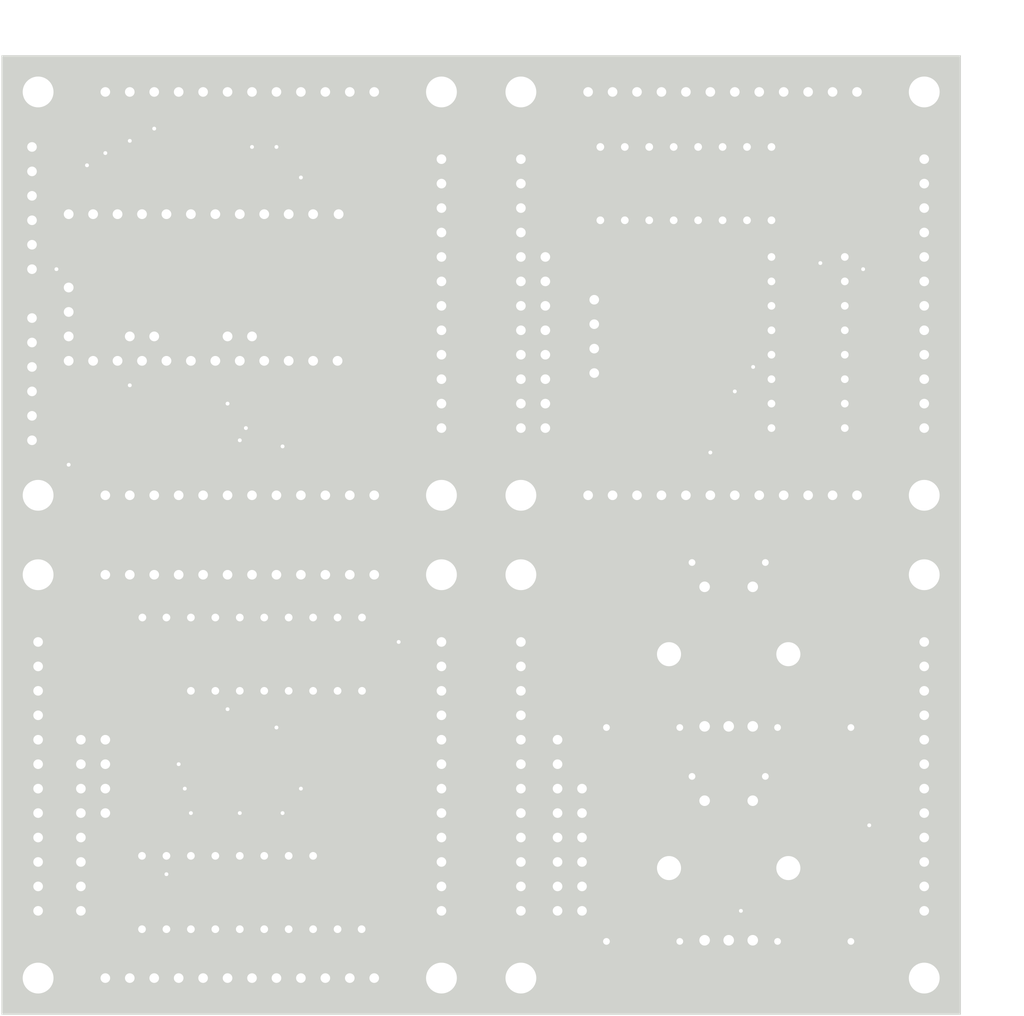
<source format=kicad_pcb>
(kicad_pcb (version 4) (host pcbnew 4.0.7+dfsg1-1~bpo9+1)
  (layers (0 F.Cu signal) (31 B.Cu signal) (34 B.Paste user) (35 F.Paste user) (36 B.SilkS user) (37 F.SilkS user) (38 B.Mask user) (39 F.Mask user) (44 Edge.Cuts user))
  (net 0 "")
  (net 1 /A5)
  (net 2 /A4)
  (net 3 /VCC)
  (net 4 /VIN)
  (net 5 /GND)
  (net 6 /D13)
  (net 7 /D12)
  (net 8 /D11)
  (net 9 /D10)
  (net 10 /D1)
  (net 11 /D0)
  (net 12 /D2)
  (net 13 /D3)
  (net 14 /D4)
  (net 15 /D5)
  (net 16 /D6)
  (net 17 /D7)
  (net 18 /D8)
  (net 19 /D9)
  (net 20 /A0)
  (net 21 /A1)
  (net 22 /A2)
  (net 23 /A3)
  (net 24 /A7)
  (net 25 /A6)
  (net 26 /RESET)
  (net 27 Earth)
  (net 28 /L0)
  (net 29 /L1)
  (net 30 /L2)
  (net 31 /L3)
  (net 32 /L4)
  (net 33 /L5)
  (net 34 /L6)
  (net 35 /L7)
  (net 36 VCC)
  (net 37 "Net-(I2-Pad5)")
  (net 38 "Net-(I2-Pad6)")
  (net 39 "Net-(I2-Pad7)")
  (net 40 "Net-(I2-Pad8)")
  (net 41 "Net-(I2-Pad9)")
  (net 42 "Net-(I2-Pad10)")
  (net 43 "Net-(I2-Pad11)")
  (net 44 "Net-(I2-Pad12)")
  (net 45 "Net-(O3-Pad5)")
  (net 46 "Net-(O3-Pad6)")
  (net 47 "Net-(O3-Pad7)")
  (net 48 "Net-(O3-Pad8)")
  (net 49 "Net-(O3-Pad9)")
  (net 50 "Net-(O3-Pad10)")
  (net 51 "Net-(O3-Pad11)")
  (net 52 "Net-(O3-Pad12)")
  (net 53 /M)
  (net 54 /LATCH)
  (net 55 /CLK)
  (net 56 /DATA)
  (net 57 /latch)
  (net 58 /clock)
  (net 59 /data)
  (net 60 /next)
  (net 61 "Net-(U1-Pad9)")
  (net 62 /B0)
  (net 63 /B1)
  (net 64 /B2)
  (net 65 /B3)
  (net 66 /B4)
  (net 67 /B5)
  (net 68 /B6)
  (net 69 /B7)
  (net 70 GND)
  (net 71 /oe)
  (net 72 "Net-(ENC1-PadA)")
  (net 73 "Net-(ENC1-PadB)")
  (net 74 "Net-(ENC1-PadSW2)")
  (net 75 "Net-(ENC2-PadA)")
  (net 76 "Net-(ENC2-PadB)")
  (net 77 "Net-(ENC2-PadSW2)")
  (module Mounting_Holes:MountingHole_3.2mm_M3 (layer F.Cu) (at 154.305 34.925)
    (fp_text reference X)
    (fp_text value M3)
    (pad 1 np_thru_hole circle (at 0 0) (size 3.2 3.2) (drill 3.2) (layers *.Cu *.Mask))
  )
  (module Mounting_Holes:MountingHole_3.2mm_M3 (layer F.Cu) (at 112.395 34.925)
    (fp_text reference X)
    (fp_text value M3)
    (pad 1 np_thru_hole circle (at 0 0) (size 3.2 3.2) (drill 3.2) (layers *.Cu *.Mask))
  )
  (module Socket_Strips:Socket_Strip_Straight_1x12_Pitch2.54mm (layer F.Cu) (at 119.38 34.925 90)
    (fp_text reference O1)
    (fp_text value SerialOutput)
    (pad 1 thru_hole rect (at 0 0 90) (size 1.7 1.7) (drill 1) (layers *.Cu *.Mask) (net 4 /VIN))
    (pad 2 thru_hole oval (at 0 2.54 90) (size 1.7 1.7) (drill 1) (layers *.Cu *.Mask) (net 3 /VCC))
    (pad 3 thru_hole oval (at 0 5.08 90) (size 1.7 1.7) (drill 1) (layers *.Cu *.Mask) (net 5 /GND))
    (pad 4 thru_hole oval (at 0 7.62 90) (size 1.7 1.7) (drill 1) (layers *.Cu *.Mask))
    (pad 5 thru_hole oval (at 0 10.16 90) (size 1.7 1.7) (drill 1) (layers *.Cu *.Mask) (net 6 /D13))
    (pad 6 thru_hole oval (at 0 12.7 90) (size 1.7 1.7) (drill 1) (layers *.Cu *.Mask) (net 7 /D12))
    (pad 7 thru_hole oval (at 0 15.24 90) (size 1.7 1.7) (drill 1) (layers *.Cu *.Mask) (net 8 /D11))
    (pad 8 thru_hole oval (at 0 17.78 90) (size 1.7 1.7) (drill 1) (layers *.Cu *.Mask) (net 9 /D10))
    (pad 9 thru_hole oval (at 0 20.32 90) (size 1.7 1.7) (drill 1) (layers *.Cu *.Mask) (net 2 /A4))
    (pad 10 thru_hole oval (at 0 22.86 90) (size 1.7 1.7) (drill 1) (layers *.Cu *.Mask) (net 1 /A5))
    (pad 11 thru_hole oval (at 0 25.4 90) (size 1.7 1.7) (drill 1) (layers *.Cu *.Mask) (net 10 /D1))
    (pad 12 thru_hole oval (at 0 27.94 90) (size 1.7 1.7) (drill 1) (layers *.Cu *.Mask) (net 11 /D0))
  )
  (module Socket_Strips:Socket_Strip_Straight_1x12_Pitch2.54mm (layer F.Cu) (at 154.305 41.91)
    (fp_text reference O2)
    (fp_text value Output)
    (pad 1 thru_hole rect (at 0 0) (size 1.7 1.7) (drill 1) (layers *.Cu *.Mask) (net 4 /VIN))
    (pad 2 thru_hole oval (at 0 2.54) (size 1.7 1.7) (drill 1) (layers *.Cu *.Mask) (net 3 /VCC))
    (pad 3 thru_hole oval (at 0 5.08) (size 1.7 1.7) (drill 1) (layers *.Cu *.Mask) (net 5 /GND))
    (pad 4 thru_hole oval (at 0 7.62) (size 1.7 1.7) (drill 1) (layers *.Cu *.Mask))
    (pad 5 thru_hole oval (at 0 10.16) (size 1.7 1.7) (drill 1) (layers *.Cu *.Mask) (net 12 /D2))
    (pad 6 thru_hole oval (at 0 12.7) (size 1.7 1.7) (drill 1) (layers *.Cu *.Mask) (net 13 /D3))
    (pad 7 thru_hole oval (at 0 15.24) (size 1.7 1.7) (drill 1) (layers *.Cu *.Mask) (net 14 /D4))
    (pad 8 thru_hole oval (at 0 17.78) (size 1.7 1.7) (drill 1) (layers *.Cu *.Mask) (net 15 /D5))
    (pad 9 thru_hole oval (at 0 20.32) (size 1.7 1.7) (drill 1) (layers *.Cu *.Mask) (net 16 /D6))
    (pad 10 thru_hole oval (at 0 22.86) (size 1.7 1.7) (drill 1) (layers *.Cu *.Mask) (net 17 /D7))
    (pad 11 thru_hole oval (at 0 25.4) (size 1.7 1.7) (drill 1) (layers *.Cu *.Mask) (net 18 /D8))
    (pad 12 thru_hole oval (at 0 27.94) (size 1.7 1.7) (drill 1) (layers *.Cu *.Mask) (net 19 /D9))
  )
  (module Socket_Strips:Socket_Strip_Straight_1x12_Pitch2.54mm (layer F.Cu) (at 147.32 76.835 270)
    (fp_text reference O3)
    (fp_text value Output)
    (pad 1 thru_hole rect (at 0 0 270) (size 1.7 1.7) (drill 1) (layers *.Cu *.Mask) (net 4 /VIN))
    (pad 2 thru_hole oval (at 0 2.54 270) (size 1.7 1.7) (drill 1) (layers *.Cu *.Mask) (net 3 /VCC))
    (pad 3 thru_hole oval (at 0 5.08 270) (size 1.7 1.7) (drill 1) (layers *.Cu *.Mask) (net 5 /GND))
    (pad 4 thru_hole oval (at 0 7.62 270) (size 1.7 1.7) (drill 1) (layers *.Cu *.Mask))
    (pad 5 thru_hole oval (at 0 10.16 270) (size 1.7 1.7) (drill 1) (layers *.Cu *.Mask) (net 24 /A7))
    (pad 6 thru_hole oval (at 0 12.7 270) (size 1.7 1.7) (drill 1) (layers *.Cu *.Mask) (net 25 /A6))
    (pad 7 thru_hole oval (at 0 15.24 270) (size 1.7 1.7) (drill 1) (layers *.Cu *.Mask) (net 1 /A5))
    (pad 8 thru_hole oval (at 0 17.78 270) (size 1.7 1.7) (drill 1) (layers *.Cu *.Mask) (net 2 /A4))
    (pad 9 thru_hole oval (at 0 20.32 270) (size 1.7 1.7) (drill 1) (layers *.Cu *.Mask) (net 23 /A3))
    (pad 10 thru_hole oval (at 0 22.86 270) (size 1.7 1.7) (drill 1) (layers *.Cu *.Mask) (net 22 /A2))
    (pad 11 thru_hole oval (at 0 25.4 270) (size 1.7 1.7) (drill 1) (layers *.Cu *.Mask) (net 21 /A1))
    (pad 12 thru_hole oval (at 0 27.94 270) (size 1.7 1.7) (drill 1) (layers *.Cu *.Mask) (net 20 /A0))
  )
  (module Mounting_Holes:MountingHole_3.2mm_M3 (layer F.Cu) (at 154.305 76.835)
    (fp_text reference "")
    (fp_text value M3)
    (pad 1 np_thru_hole circle (at 0 0) (size 3.2 3.2) (drill 3.2) (layers *.Cu *.Mask))
  )
  (module Mounting_Holes:MountingHole_3.2mm_M3 (layer F.Cu) (at 112.395 76.835)
    (fp_text reference "")
    (fp_text value M3)
    (pad 1 np_thru_hole circle (at 0 0) (size 3.2 3.2) (drill 3.2) (layers *.Cu *.Mask))
  )
  (module Arduino:Arduino_ProMini_NoICSP (layer F.Cu) (at 114.3 46.355 270)
    (fp_text reference XA1)
    (fp_text value Arduino_Mini_01_Socket)
    (fp_text user RST (at 14.986 -24.13 360) (layer F.SilkS) (effects (font (size 0.5 0.5) (thickness 0.075))))
    (pad D11 thru_hole circle (at 16.51 -3.81 270) (size 1.7272 1.7272) (drill 1.016) (layers *.Cu *.Mask) (net 8 /D11))
    (pad D12 thru_hole circle (at 16.51 -6.35 270) (size 1.7272 1.7272) (drill 1.016) (layers *.Cu *.Mask) (net 7 /D12))
    (pad D13 thru_hole circle (at 16.51 -8.89 270) (size 1.7272 1.7272) (drill 1.016) (layers *.Cu *.Mask) (net 6 /D13))
    (pad A0 thru_hole circle (at 16.51 -11.43 270) (size 1.7272 1.7272) (drill 1.016) (layers *.Cu *.Mask) (net 20 /A0))
    (pad A1 thru_hole circle (at 16.51 -13.97 270) (size 1.7272 1.7272) (drill 1.016) (layers *.Cu *.Mask) (net 21 /A1))
    (pad A2 thru_hole circle (at 16.51 -16.51 270) (size 1.7272 1.7272) (drill 1.016) (layers *.Cu *.Mask) (net 22 /A2))
    (pad A3 thru_hole circle (at 16.51 -19.05 270) (size 1.7272 1.7272) (drill 1.016) (layers *.Cu *.Mask) (net 23 /A3))
    (pad A4 thru_hole circle (at 13.97 -17.78 270) (size 1.7272 1.7272) (drill 1.016) (layers *.Cu *.Mask) (net 2 /A4))
    (pad A5 thru_hole circle (at 13.97 -20.32 270) (size 1.7272 1.7272) (drill 1.016) (layers *.Cu *.Mask) (net 1 /A5))
    (pad A6 thru_hole circle (at 11.43 -1.27 270) (size 1.7272 1.7272) (drill 1.016) (layers *.Cu *.Mask) (net 25 /A6))
    (pad A7 thru_hole circle (at 13.97 -1.27 270) (size 1.7272 1.7272) (drill 1.016) (layers *.Cu *.Mask) (net 24 /A7))
    (pad A6 thru_hole circle (at 13.97 -7.62 270) (size 1.7272 1.7272) (drill 1.016) (layers *.Cu *.Mask) (net 25 /A6))
    (pad A7 thru_hole circle (at 13.97 -10.16 270) (size 1.7272 1.7272) (drill 1.016) (layers *.Cu *.Mask) (net 24 /A7))
    (pad GND4 thru_hole circle (at 8.89 -1.27 270) (size 1.7272 1.7272) (drill 1.016) (layers *.Cu *.Mask) (net 5 /GND))
    (pad 5V1 thru_hole circle (at 16.51 -21.59 270) (size 1.7272 1.7272) (drill 1.016) (layers *.Cu *.Mask) (net 3 /VCC))
    (pad RST2 thru_hole circle (at 16.51 -24.13 270) (size 1.7272 1.7272) (drill 1.016) (layers *.Cu *.Mask) (net 26 /RESET))
    (pad GND2 thru_hole circle (at 16.51 -26.67 270) (size 1.7272 1.7272) (drill 1.016) (layers *.Cu *.Mask) (net 5 /GND))
    (pad VIN thru_hole circle (at 16.51 -29.21 270) (size 1.7272 1.7272) (drill 1.016) (layers *.Cu *.Mask) (net 4 /VIN))
    (pad D10 thru_hole circle (at 16.51 -1.27 270) (size 1.7272 1.7272) (drill 1.016) (layers *.Cu *.Mask) (net 9 /D10))
    (pad D0 thru_hole circle (at 1.27 -29.32 270) (size 1.7272 1.7272) (drill 1.016) (layers *.Cu *.Mask) (net 11 /D0))
    (pad D1 thru_hole circle (at 1.27 -26.67 270) (size 1.7272 1.7272) (drill 1.016) (layers *.Cu *.Mask) (net 10 /D1))
    (pad RST1 thru_hole circle (at 1.27 -24.13 270) (size 1.7272 1.7272) (drill 1.016) (layers *.Cu *.Mask))
    (pad GND1 thru_hole circle (at 1.27 -21.59 270) (size 1.7272 1.7272) (drill 1.016) (layers *.Cu *.Mask))
    (pad D2 thru_hole circle (at 1.27 -19.05 270) (size 1.7272 1.7272) (drill 1.016) (layers *.Cu *.Mask) (net 12 /D2))
    (pad D3 thru_hole circle (at 1.27 -16.51 270) (size 1.7272 1.7272) (drill 1.016) (layers *.Cu *.Mask) (net 13 /D3))
    (pad D4 thru_hole circle (at 1.27 -13.97 270) (size 1.7272 1.7272) (drill 1.016) (layers *.Cu *.Mask) (net 14 /D4))
    (pad D5 thru_hole circle (at 1.27 -11.43 270) (size 1.7272 1.7272) (drill 1.016) (layers *.Cu *.Mask) (net 15 /D5))
    (pad D6 thru_hole circle (at 1.27 -8.89 270) (size 1.7272 1.7272) (drill 1.016) (layers *.Cu *.Mask) (net 16 /D6))
    (pad D7 thru_hole circle (at 1.27 -6.35 270) (size 1.7272 1.7272) (drill 1.016) (layers *.Cu *.Mask) (net 17 /D7))
    (pad D8 thru_hole circle (at 1.27 -3.81 270) (size 1.7272 1.7272) (drill 1.016) (layers *.Cu *.Mask) (net 18 /D8))
    (pad D9 thru_hole circle (at 1.27 -1.27 270) (size 1.7272 1.7272) (drill 1.016) (layers *.Cu *.Mask) (net 19 /D9))
  )
  (module Pin_Headers:Pin_Header_Straight_1x06_Pitch2.54mm (layer F.Cu) (at 111.76 58.42)
    (fp_text reference FT1)
    (fp_text value FTDI)
    (pad 1 thru_hole rect (at 0 0) (size 1.7 1.7) (drill 1) (layers *.Cu *.Mask) (net 5 /GND))
    (pad 2 thru_hole oval (at 0 2.54) (size 1.7 1.7) (drill 1) (layers *.Cu *.Mask) (net 5 /GND))
    (pad 3 thru_hole oval (at 0 5.08) (size 1.7 1.7) (drill 1) (layers *.Cu *.Mask) (net 3 /VCC))
    (pad 4 thru_hole oval (at 0 7.62) (size 1.7 1.7) (drill 1) (layers *.Cu *.Mask) (net 10 /D1))
    (pad 5 thru_hole oval (at 0 10.16) (size 1.7 1.7) (drill 1) (layers *.Cu *.Mask) (net 11 /D0))
    (pad 6 thru_hole oval (at 0 12.7) (size 1.7 1.7) (drill 1) (layers *.Cu *.Mask) (net 26 /RESET))
  )
  (module Pin_Headers:Pin_Header_Straight_1x06_Pitch2.54mm (layer F.Cu) (at 111.76 40.64)
    (fp_text reference FT2)
    (fp_text value FTDI)
    (pad 1 thru_hole rect (at 0 0) (size 1.7 1.7) (drill 1) (layers *.Cu *.Mask) (net 5 /GND))
    (pad 2 thru_hole oval (at 0 2.54) (size 1.7 1.7) (drill 1) (layers *.Cu *.Mask) (net 5 /GND))
    (pad 3 thru_hole oval (at 0 5.08) (size 1.7 1.7) (drill 1) (layers *.Cu *.Mask) (net 3 /VCC))
    (pad 4 thru_hole oval (at 0 7.62) (size 1.7 1.7) (drill 1) (layers *.Cu *.Mask) (net 11 /D0))
    (pad 5 thru_hole oval (at 0 10.16) (size 1.7 1.7) (drill 1) (layers *.Cu *.Mask) (net 10 /D1))
    (pad 6 thru_hole oval (at 0 12.7) (size 1.7 1.7) (drill 1) (layers *.Cu *.Mask) (net 26 /RESET))
  )
  (module Mounting_Holes:MountingHole_3.2mm_M3 (layer F.Cu) (at 162.56 34.925)
    (fp_text reference M3)
    (fp_text value "" hide)
    (pad 1 np_thru_hole circle (at 0 0) (size 3.2 3.2) (drill 3.2) (layers *.Cu *.Mask))
  )
  (module Mounting_Holes:MountingHole_3.2mm_M3 (layer F.Cu) (at 204.47 34.925)
    (fp_text reference M3)
    (fp_text value "" hide)
    (pad 1 np_thru_hole circle (at 0 0) (size 3.2 3.2) (drill 3.2) (layers *.Cu *.Mask))
  )
  (module Mounting_Holes:MountingHole_3.2mm_M3 (layer F.Cu) (at 204.47 76.835)
    (fp_text reference "" hide)
    (fp_text value M3)
    (pad 1 np_thru_hole circle (at 0 0) (size 3.2 3.2) (drill 3.2) (layers *.Cu *.Mask))
  )
  (module Mounting_Holes:MountingHole_3.2mm_M3 (layer F.Cu) (at 162.56 76.835)
    (fp_text reference "" hide)
    (fp_text value M3)
    (pad 1 np_thru_hole circle (at 0 0) (size 3.2 3.2) (drill 3.2) (layers *.Cu *.Mask))
  )
  (module Pin_Headers:Pin_Header_Straight_1x12_Pitch2.54mm (layer F.Cu) (at 162.56 41.91)
    (fp_text reference I1)
    (fp_text value Input)
    (pad 1 thru_hole rect (at 0 0) (size 1.7 1.7) (drill 1) (layers *.Cu *.Mask) (net 4 /VIN))
    (pad 2 thru_hole oval (at 0 2.54) (size 1.7 1.7) (drill 1) (layers *.Cu *.Mask) (net 36 VCC))
    (pad 3 thru_hole oval (at 0 5.08) (size 1.7 1.7) (drill 1) (layers *.Cu *.Mask) (net 27 Earth))
    (pad 4 thru_hole oval (at 0 7.62) (size 1.7 1.7) (drill 1) (layers *.Cu *.Mask))
    (pad 5 thru_hole oval (at 0 10.16) (size 1.7 1.7) (drill 1) (layers *.Cu *.Mask) (net 28 /L0))
    (pad 6 thru_hole oval (at 0 12.7) (size 1.7 1.7) (drill 1) (layers *.Cu *.Mask) (net 29 /L1))
    (pad 7 thru_hole oval (at 0 15.24) (size 1.7 1.7) (drill 1) (layers *.Cu *.Mask) (net 30 /L2))
    (pad 8 thru_hole oval (at 0 17.78) (size 1.7 1.7) (drill 1) (layers *.Cu *.Mask) (net 31 /L3))
    (pad 9 thru_hole oval (at 0 20.32) (size 1.7 1.7) (drill 1) (layers *.Cu *.Mask) (net 32 /L4))
    (pad 10 thru_hole oval (at 0 22.86) (size 1.7 1.7) (drill 1) (layers *.Cu *.Mask) (net 33 /L5))
    (pad 11 thru_hole oval (at 0 25.4) (size 1.7 1.7) (drill 1) (layers *.Cu *.Mask) (net 34 /L6))
    (pad 12 thru_hole oval (at 0 27.94) (size 1.7 1.7) (drill 1) (layers *.Cu *.Mask) (net 35 /L7))
  )
  (module Pin_Headers:Pin_Header_Straight_1x08_Pitch2.54mm (layer F.Cu) (at 165.1 52.07)
    (fp_text reference H1)
    (fp_text value Headers8L)
    (pad 1 thru_hole rect (at 0 0) (size 1.7 1.7) (drill 1) (layers *.Cu *.Mask) (net 28 /L0))
    (pad 2 thru_hole oval (at 0 2.54) (size 1.7 1.7) (drill 1) (layers *.Cu *.Mask) (net 29 /L1))
    (pad 3 thru_hole oval (at 0 5.08) (size 1.7 1.7) (drill 1) (layers *.Cu *.Mask) (net 30 /L2))
    (pad 4 thru_hole oval (at 0 7.62) (size 1.7 1.7) (drill 1) (layers *.Cu *.Mask) (net 31 /L3))
    (pad 5 thru_hole oval (at 0 10.16) (size 1.7 1.7) (drill 1) (layers *.Cu *.Mask) (net 32 /L4))
    (pad 6 thru_hole oval (at 0 12.7) (size 1.7 1.7) (drill 1) (layers *.Cu *.Mask) (net 33 /L5))
    (pad 7 thru_hole oval (at 0 15.24) (size 1.7 1.7) (drill 1) (layers *.Cu *.Mask) (net 34 /L6))
    (pad 8 thru_hole oval (at 0 17.78) (size 1.7 1.7) (drill 1) (layers *.Cu *.Mask) (net 35 /L7))
  )
  (module Pin_Headers:Pin_Header_Straight_1x12_Pitch2.54mm (layer F.Cu) (at 197.485 34.925 270)
    (fp_text reference I2)
    (fp_text value Input)
    (pad 1 thru_hole rect (at 0 0 270) (size 1.7 1.7) (drill 1) (layers *.Cu *.Mask) (net 4 /VIN))
    (pad 2 thru_hole oval (at 0 2.54 270) (size 1.7 1.7) (drill 1) (layers *.Cu *.Mask) (net 36 VCC))
    (pad 3 thru_hole oval (at 0 5.08 270) (size 1.7 1.7) (drill 1) (layers *.Cu *.Mask) (net 27 Earth))
    (pad 4 thru_hole oval (at 0 7.62 270) (size 1.7 1.7) (drill 1) (layers *.Cu *.Mask))
    (pad 5 thru_hole oval (at 0 10.16 270) (size 1.7 1.7) (drill 1) (layers *.Cu *.Mask) (net 37 "Net-(I2-Pad5)"))
    (pad 6 thru_hole oval (at 0 12.7 270) (size 1.7 1.7) (drill 1) (layers *.Cu *.Mask) (net 38 "Net-(I2-Pad6)"))
    (pad 7 thru_hole oval (at 0 15.24 270) (size 1.7 1.7) (drill 1) (layers *.Cu *.Mask) (net 39 "Net-(I2-Pad7)"))
    (pad 8 thru_hole oval (at 0 17.78 270) (size 1.7 1.7) (drill 1) (layers *.Cu *.Mask) (net 40 "Net-(I2-Pad8)"))
    (pad 9 thru_hole oval (at 0 20.32 270) (size 1.7 1.7) (drill 1) (layers *.Cu *.Mask) (net 41 "Net-(I2-Pad9)"))
    (pad 10 thru_hole oval (at 0 22.86 270) (size 1.7 1.7) (drill 1) (layers *.Cu *.Mask) (net 42 "Net-(I2-Pad10)"))
    (pad 11 thru_hole oval (at 0 25.4 270) (size 1.7 1.7) (drill 1) (layers *.Cu *.Mask) (net 43 "Net-(I2-Pad11)"))
    (pad 12 thru_hole oval (at 0 27.94 270) (size 1.7 1.7) (drill 1) (layers *.Cu *.Mask) (net 44 "Net-(I2-Pad12)"))
  )
  (module Socket_Strips:Socket_Strip_Straight_1x12_Pitch2.54mm (layer F.Cu) (at 197.485 76.835 270)
    (fp_text reference O2)
    (fp_text value Output)
    (pad 1 thru_hole rect (at 0 0 270) (size 1.7 1.7) (drill 1) (layers *.Cu *.Mask) (net 4 /VIN))
    (pad 2 thru_hole oval (at 0 2.54 270) (size 1.7 1.7) (drill 1) (layers *.Cu *.Mask) (net 36 VCC))
    (pad 3 thru_hole oval (at 0 5.08 270) (size 1.7 1.7) (drill 1) (layers *.Cu *.Mask) (net 27 Earth))
    (pad 4 thru_hole oval (at 0 7.62 270) (size 1.7 1.7) (drill 1) (layers *.Cu *.Mask))
    (pad 5 thru_hole oval (at 0 10.16 270) (size 1.7 1.7) (drill 1) (layers *.Cu *.Mask) (net 37 "Net-(I2-Pad5)"))
    (pad 6 thru_hole oval (at 0 12.7 270) (size 1.7 1.7) (drill 1) (layers *.Cu *.Mask) (net 38 "Net-(I2-Pad6)"))
    (pad 7 thru_hole oval (at 0 15.24 270) (size 1.7 1.7) (drill 1) (layers *.Cu *.Mask) (net 39 "Net-(I2-Pad7)"))
    (pad 8 thru_hole oval (at 0 17.78 270) (size 1.7 1.7) (drill 1) (layers *.Cu *.Mask) (net 41 "Net-(I2-Pad9)"))
    (pad 9 thru_hole oval (at 0 20.32 270) (size 1.7 1.7) (drill 1) (layers *.Cu *.Mask) (net 42 "Net-(I2-Pad10)"))
    (pad 10 thru_hole oval (at 0 22.86 270) (size 1.7 1.7) (drill 1) (layers *.Cu *.Mask) (net 43 "Net-(I2-Pad11)"))
    (pad 11 thru_hole oval (at 0 25.4 270) (size 1.7 1.7) (drill 1) (layers *.Cu *.Mask) (net 44 "Net-(I2-Pad12)"))
    (pad 12 thru_hole oval (at 0 27.94 270) (size 1.7 1.7) (drill 1) (layers *.Cu *.Mask))
  )
  (module Socket_Strips:Socket_Strip_Straight_1x12_Pitch2.54mm (layer F.Cu) (at 204.47 41.91)
    (fp_text reference O3)
    (fp_text value Output)
    (pad 1 thru_hole rect (at 0 0) (size 1.7 1.7) (drill 1) (layers *.Cu *.Mask) (net 4 /VIN))
    (pad 2 thru_hole oval (at 0 2.54) (size 1.7 1.7) (drill 1) (layers *.Cu *.Mask) (net 36 VCC))
    (pad 3 thru_hole oval (at 0 5.08) (size 1.7 1.7) (drill 1) (layers *.Cu *.Mask) (net 27 Earth))
    (pad 4 thru_hole oval (at 0 7.62) (size 1.7 1.7) (drill 1) (layers *.Cu *.Mask))
    (pad 5 thru_hole oval (at 0 10.16) (size 1.7 1.7) (drill 1) (layers *.Cu *.Mask) (net 45 "Net-(O3-Pad5)"))
    (pad 6 thru_hole oval (at 0 12.7) (size 1.7 1.7) (drill 1) (layers *.Cu *.Mask) (net 46 "Net-(O3-Pad6)"))
    (pad 7 thru_hole oval (at 0 15.24) (size 1.7 1.7) (drill 1) (layers *.Cu *.Mask) (net 47 "Net-(O3-Pad7)"))
    (pad 8 thru_hole oval (at 0 17.78) (size 1.7 1.7) (drill 1) (layers *.Cu *.Mask) (net 48 "Net-(O3-Pad8)"))
    (pad 9 thru_hole oval (at 0 20.32) (size 1.7 1.7) (drill 1) (layers *.Cu *.Mask) (net 49 "Net-(O3-Pad9)"))
    (pad 10 thru_hole oval (at 0 22.86) (size 1.7 1.7) (drill 1) (layers *.Cu *.Mask) (net 50 "Net-(O3-Pad10)"))
    (pad 11 thru_hole oval (at 0 25.4) (size 1.7 1.7) (drill 1) (layers *.Cu *.Mask) (net 51 "Net-(O3-Pad11)"))
    (pad 12 thru_hole oval (at 0 27.94) (size 1.7 1.7) (drill 1) (layers *.Cu *.Mask) (net 52 "Net-(O3-Pad12)"))
  )
  (module Housings_DIP:DIP-16_W7.62mm (layer F.Cu) (at 188.595 40.64 270)
    (fp_text reference U1 (at 3.81 0.635 270) (layer F.SilkS))
    (fp_text value 74xx595 (at 10.16 8.89 360) (layer F.SilkS))
    (pad 1 thru_hole rect (at 0 0 270) (size 1.6 1.6) (drill 0.8) (layers *.Cu *.Mask) (net 38 "Net-(I2-Pad6)"))
    (pad 9 thru_hole oval (at 7.62 17.78 270) (size 1.6 1.6) (drill 0.8) (layers *.Cu *.Mask))
    (pad 2 thru_hole oval (at 0 2.54 270) (size 1.6 1.6) (drill 0.8) (layers *.Cu *.Mask) (net 39 "Net-(I2-Pad7)"))
    (pad 10 thru_hole oval (at 7.62 15.24 270) (size 1.6 1.6) (drill 0.8) (layers *.Cu *.Mask) (net 36 VCC))
    (pad 3 thru_hole oval (at 0 5.08 270) (size 1.6 1.6) (drill 0.8) (layers *.Cu *.Mask) (net 40 "Net-(I2-Pad8)"))
    (pad 11 thru_hole oval (at 7.62 12.7 270) (size 1.6 1.6) (drill 0.8) (layers *.Cu *.Mask) (net 55 /CLK))
    (pad 4 thru_hole oval (at 0 7.62 270) (size 1.6 1.6) (drill 0.8) (layers *.Cu *.Mask) (net 41 "Net-(I2-Pad9)"))
    (pad 12 thru_hole oval (at 7.62 10.16 270) (size 1.6 1.6) (drill 0.8) (layers *.Cu *.Mask) (net 54 /LATCH))
    (pad 5 thru_hole oval (at 0 10.16 270) (size 1.6 1.6) (drill 0.8) (layers *.Cu *.Mask) (net 42 "Net-(I2-Pad10)"))
    (pad 13 thru_hole oval (at 7.62 7.62 270) (size 1.6 1.6) (drill 0.8) (layers *.Cu *.Mask) (net 27 Earth))
    (pad 6 thru_hole oval (at 0 12.7 270) (size 1.6 1.6) (drill 0.8) (layers *.Cu *.Mask) (net 43 "Net-(I2-Pad11)"))
    (pad 14 thru_hole oval (at 7.62 5.08 270) (size 1.6 1.6) (drill 0.8) (layers *.Cu *.Mask) (net 56 /DATA))
    (pad 7 thru_hole oval (at 0 15.24 270) (size 1.6 1.6) (drill 0.8) (layers *.Cu *.Mask) (net 44 "Net-(I2-Pad12)"))
    (pad 15 thru_hole oval (at 7.62 2.54 270) (size 1.6 1.6) (drill 0.8) (layers *.Cu *.Mask) (net 37 "Net-(I2-Pad5)"))
    (pad 8 thru_hole oval (at 0 17.78 270) (size 1.6 1.6) (drill 0.8) (layers *.Cu *.Mask) (net 27 Earth))
    (pad 16 thru_hole oval (at 7.62 0 270) (size 1.6 1.6) (drill 0.8) (layers *.Cu *.Mask) (net 36 VCC))
  )
  (module Housings_DIP:DIP-16_W7.62mm (layer F.Cu) (at 188.595 52.07)
    (fp_text reference U2 (at 3.81 0.635) (layer F.SilkS))
    (fp_text value 4051 (at 3.81 20.32) (layer F.SilkS))
    (pad 1 thru_hole rect (at 0 0) (size 1.6 1.6) (drill 0.8) (layers *.Cu *.Mask) (net 48 "Net-(O3-Pad8)"))
    (pad 9 thru_hole oval (at 7.62 17.78) (size 1.6 1.6) (drill 0.8) (layers *.Cu *.Mask) (net 39 "Net-(I2-Pad7)"))
    (pad 2 thru_hole oval (at 0 2.54) (size 1.6 1.6) (drill 0.8) (layers *.Cu *.Mask) (net 46 "Net-(O3-Pad6)"))
    (pad 10 thru_hole oval (at 7.62 15.24) (size 1.6 1.6) (drill 0.8) (layers *.Cu *.Mask) (net 38 "Net-(I2-Pad6)"))
    (pad 3 thru_hole oval (at 0 5.08) (size 1.6 1.6) (drill 0.8) (layers *.Cu *.Mask) (net 53 /M))
    (pad 11 thru_hole oval (at 7.62 12.7) (size 1.6 1.6) (drill 0.8) (layers *.Cu *.Mask) (net 37 "Net-(I2-Pad5)"))
    (pad 4 thru_hole oval (at 0 7.62) (size 1.6 1.6) (drill 0.8) (layers *.Cu *.Mask) (net 45 "Net-(O3-Pad5)"))
    (pad 12 thru_hole oval (at 7.62 10.16) (size 1.6 1.6) (drill 0.8) (layers *.Cu *.Mask) (net 49 "Net-(O3-Pad9)"))
    (pad 5 thru_hole oval (at 0 10.16) (size 1.6 1.6) (drill 0.8) (layers *.Cu *.Mask) (net 47 "Net-(O3-Pad7)"))
    (pad 13 thru_hole oval (at 7.62 7.62) (size 1.6 1.6) (drill 0.8) (layers *.Cu *.Mask) (net 52 "Net-(O3-Pad12)"))
    (pad 6 thru_hole oval (at 0 12.7) (size 1.6 1.6) (drill 0.8) (layers *.Cu *.Mask) (net 40 "Net-(I2-Pad8)"))
    (pad 14 thru_hole oval (at 7.62 5.08) (size 1.6 1.6) (drill 0.8) (layers *.Cu *.Mask) (net 51 "Net-(O3-Pad11)"))
    (pad 7 thru_hole oval (at 0 15.24) (size 1.6 1.6) (drill 0.8) (layers *.Cu *.Mask))
    (pad 15 thru_hole oval (at 7.62 2.54) (size 1.6 1.6) (drill 0.8) (layers *.Cu *.Mask) (net 50 "Net-(O3-Pad10)"))
    (pad 8 thru_hole oval (at 0 17.78) (size 1.6 1.6) (drill 0.8) (layers *.Cu *.Mask))
    (pad 16 thru_hole oval (at 7.62 0) (size 1.6 1.6) (drill 0.8) (layers *.Cu *.Mask))
  )
  (module Pin_Headers:Pin_Header_Straight_1x04_Pitch2.54mm (layer F.Cu) (at 170.18 64.135 180)
    (fp_text reference J1)
    (fp_text value Conn_01x04)
    (pad 1 thru_hole rect (at 0 0 180) (size 1.7 1.7) (drill 1) (layers *.Cu *.Mask) (net 53 /M))
    (pad 2 thru_hole oval (at 0 2.54 180) (size 1.7 1.7) (drill 1) (layers *.Cu *.Mask) (net 54 /LATCH))
    (pad 3 thru_hole oval (at 0 5.08 180) (size 1.7 1.7) (drill 1) (layers *.Cu *.Mask) (net 55 /CLK))
    (pad 4 thru_hole oval (at 0 7.62 180) (size 1.7 1.7) (drill 1) (layers *.Cu *.Mask) (net 56 /DATA))
  )
  (module Mounting_Holes:MountingHole_3.2mm_M3 (layer F.Cu) (at 112.395 85.09)
    (fp_text reference M3)
    (fp_text value "" hide)
    (pad 1 np_thru_hole circle (at 0 0) (size 3.2 3.2) (drill 3.2) (layers *.Cu *.Mask))
  )
  (module Mounting_Holes:MountingHole_3.2mm_M3 (layer F.Cu) (at 154.305 85.09)
    (fp_text reference M3)
    (fp_text value "" hide)
    (pad 1 np_thru_hole circle (at 0 0) (size 3.2 3.2) (drill 3.2) (layers *.Cu *.Mask))
  )
  (module Mounting_Holes:MountingHole_3.2mm_M3 (layer F.Cu) (at 154.305 127)
    (fp_text reference "" hide)
    (fp_text value M3)
    (pad 1 np_thru_hole circle (at 0 0) (size 3.2 3.2) (drill 3.2) (layers *.Cu *.Mask))
  )
  (module Mounting_Holes:MountingHole_3.2mm_M3 (layer F.Cu) (at 112.395 127)
    (fp_text reference "" hide)
    (fp_text value M3)
    (pad 1 np_thru_hole circle (at 0 0) (size 3.2 3.2) (drill 3.2) (layers *.Cu *.Mask))
  )
  (module Pin_Headers:Pin_Header_Straight_1x12_Pitch2.54mm (layer F.Cu) (at 112.395 92.075)
    (fp_text reference I1)
    (fp_text value Input (at 0 30.27) (layer F.SilkS) (effects (font (size 1.5 1.5) (thickness 0.3))))
    (pad 1 thru_hole rect (at 0 0) (size 1.7 1.7) (drill 1) (layers *.Cu *.Mask) (net 4 /VIN))
    (pad 2 thru_hole oval (at 0 2.54) (size 1.7 1.7) (drill 1) (layers *.Cu *.Mask) (net 36 VCC))
    (pad 3 thru_hole oval (at 0 5.08) (size 1.7 1.7) (drill 1) (layers *.Cu *.Mask) (net 70 GND))
    (pad 4 thru_hole oval (at 0 7.62) (size 1.7 1.7) (drill 1) (layers *.Cu *.Mask))
    (pad 5 thru_hole oval (at 0 10.16) (size 1.7 1.7) (drill 1) (layers *.Cu *.Mask) (net 28 /L0))
    (pad 6 thru_hole oval (at 0 12.7) (size 1.7 1.7) (drill 1) (layers *.Cu *.Mask) (net 29 /L1))
    (pad 7 thru_hole oval (at 0 15.24) (size 1.7 1.7) (drill 1) (layers *.Cu *.Mask) (net 30 /L2))
    (pad 8 thru_hole oval (at 0 17.78) (size 1.7 1.7) (drill 1) (layers *.Cu *.Mask) (net 31 /L3))
    (pad 9 thru_hole oval (at 0 20.32) (size 1.7 1.7) (drill 1) (layers *.Cu *.Mask) (net 32 /L4))
    (pad 10 thru_hole oval (at 0 22.86) (size 1.7 1.7) (drill 1) (layers *.Cu *.Mask) (net 33 /L5))
    (pad 11 thru_hole oval (at 0 25.4) (size 1.7 1.7) (drill 1) (layers *.Cu *.Mask) (net 34 /L6))
    (pad 12 thru_hole oval (at 0 27.94) (size 1.7 1.7) (drill 1) (layers *.Cu *.Mask) (net 35 /L7))
  )
  (module Housings_DIP:DIP-16_W7.62mm (layer F.Cu) (at 140.97 114.3 270)
    (fp_text reference U1 (at 3.81 0.635 270) (layer F.SilkS))
    (fp_text value 74LS595 (at 3.81 8.89 360) (layer F.SilkS))
    (pad 1 thru_hole rect (at 0 0 270) (size 1.6 1.6) (drill 0.8) (layers *.Cu *.Mask) (net 21 /A1))
    (pad 9 thru_hole oval (at 7.62 17.78 270) (size 1.6 1.6) (drill 0.8) (layers *.Cu *.Mask) (net 61 "Net-(U1-Pad9)"))
    (pad 2 thru_hole oval (at 0 2.54 270) (size 1.6 1.6) (drill 0.8) (layers *.Cu *.Mask) (net 22 /A2))
    (pad 10 thru_hole oval (at 7.62 15.24 270) (size 1.6 1.6) (drill 0.8) (layers *.Cu *.Mask) (net 36 VCC))
    (pad 3 thru_hole oval (at 0 5.08 270) (size 1.6 1.6) (drill 0.8) (layers *.Cu *.Mask) (net 23 /A3))
    (pad 11 thru_hole oval (at 7.62 12.7 270) (size 1.6 1.6) (drill 0.8) (layers *.Cu *.Mask) (net 58 /clock))
    (pad 4 thru_hole oval (at 0 7.62 270) (size 1.6 1.6) (drill 0.8) (layers *.Cu *.Mask) (net 2 /A4))
    (pad 12 thru_hole oval (at 7.62 10.16 270) (size 1.6 1.6) (drill 0.8) (layers *.Cu *.Mask) (net 57 /latch))
    (pad 5 thru_hole oval (at 0 10.16 270) (size 1.6 1.6) (drill 0.8) (layers *.Cu *.Mask) (net 1 /A5))
    (pad 13 thru_hole oval (at 7.62 7.62 270) (size 1.6 1.6) (drill 0.8) (layers *.Cu *.Mask) (net 71 /oe))
    (pad 6 thru_hole oval (at 0 12.7 270) (size 1.6 1.6) (drill 0.8) (layers *.Cu *.Mask) (net 25 /A6))
    (pad 14 thru_hole oval (at 7.62 5.08 270) (size 1.6 1.6) (drill 0.8) (layers *.Cu *.Mask) (net 59 /data))
    (pad 7 thru_hole oval (at 0 15.24 270) (size 1.6 1.6) (drill 0.8) (layers *.Cu *.Mask) (net 24 /A7))
    (pad 15 thru_hole oval (at 7.62 2.54 270) (size 1.6 1.6) (drill 0.8) (layers *.Cu *.Mask) (net 20 /A0))
    (pad 8 thru_hole oval (at 0 17.78 270) (size 1.6 1.6) (drill 0.8) (layers *.Cu *.Mask) (net 70 GND))
    (pad 16 thru_hole oval (at 7.62 0 270) (size 1.6 1.6) (drill 0.8) (layers *.Cu *.Mask) (net 36 VCC))
  )
  (module Pin_Headers:Pin_Header_Straight_1x08_Pitch2.54mm (layer F.Cu) (at 116.84 102.235)
    (fp_text reference H1 (at 0 -3.175 180) (layer B.SilkS) (effects (justify mirror)))
    (fp_text value Headers8L hide)
    (pad 1 thru_hole rect (at 0 0) (size 1.7 1.7) (drill 1) (layers *.Cu *.Mask) (net 28 /L0))
    (pad 2 thru_hole oval (at 0 2.54) (size 1.7 1.7) (drill 1) (layers *.Cu *.Mask) (net 29 /L1))
    (pad 3 thru_hole oval (at 0 5.08) (size 1.7 1.7) (drill 1) (layers *.Cu *.Mask) (net 30 /L2))
    (pad 4 thru_hole oval (at 0 7.62) (size 1.7 1.7) (drill 1) (layers *.Cu *.Mask) (net 31 /L3))
    (pad 5 thru_hole oval (at 0 10.16) (size 1.7 1.7) (drill 1) (layers *.Cu *.Mask) (net 32 /L4))
    (pad 6 thru_hole oval (at 0 12.7) (size 1.7 1.7) (drill 1) (layers *.Cu *.Mask) (net 33 /L5))
    (pad 7 thru_hole oval (at 0 15.24) (size 1.7 1.7) (drill 1) (layers *.Cu *.Mask) (net 34 /L6))
    (pad 8 thru_hole oval (at 0 17.78) (size 1.7 1.7) (drill 1) (layers *.Cu *.Mask) (net 35 /L7))
  )
  (module Connectors:GS2 (layer B.Cu) (at 127 110.49 180)
    (fp_text reference J2 (at -1.905 0 270) (layer B.SilkS) (effects (justify mirror)))
    (fp_text value GS2)
    (pad 1 smd rect (at 0 0.64 180) (size 1.27 0.97) (layers B.Cu B.Paste B.Mask) (net 71 /oe))
    (pad 2 smd rect (at 0 -0.64 180) (size 1.27 0.97) (layers B.Cu B.Paste B.Mask) (net 70 GND))
  )
  (module Pin_Headers:Pin_Header_Straight_1x04_Pitch2.54mm (layer F.Cu) (at 119.38 102.235)
    (fp_text reference J1 (at 0 -3.175) (layer B.SilkS) (effects (justify mirror)))
    (fp_text value Select hide)
    (pad 1 thru_hole rect (at 0 0) (size 1.7 1.7) (drill 1) (layers *.Cu *.Mask) (net 59 /data))
    (pad 2 thru_hole oval (at 0 2.54) (size 1.7 1.7) (drill 1) (layers *.Cu *.Mask) (net 57 /latch))
    (pad 3 thru_hole oval (at 0 5.08) (size 1.7 1.7) (drill 1) (layers *.Cu *.Mask) (net 58 /clock))
    (pad 4 thru_hole oval (at 0 7.62) (size 1.7 1.7) (drill 1) (layers *.Cu *.Mask) (net 71 /oe))
  )
  (module Capacitors_THT:C_Disc_D3.0mm_W2.0mm_P2.50mm (layer F.Cu) (at 143.51 121.92)
    (fp_text reference C1 hide)
    (fp_text value C hide)
    (pad 1 thru_hole circle (at 0 0) (size 1.6 1.6) (drill 0.8) (layers *.Cu *.Mask) (net 36 VCC))
    (pad 2 thru_hole circle (at 2.5 0) (size 1.6 1.6) (drill 0.8) (layers *.Cu *.Mask) (net 70 GND))
  )
  (module Capacitors_THT:C_Disc_D3.0mm_W2.0mm_P2.50mm (layer F.Cu) (at 125.73 89.535 180)
    (fp_text reference C2 hide)
    (fp_text value C hide)
    (pad 1 thru_hole circle (at 0 0 180) (size 1.6 1.6) (drill 0.8) (layers *.Cu *.Mask) (net 36 VCC))
    (pad 2 thru_hole circle (at 2.5 0 180) (size 1.6 1.6) (drill 0.8) (layers *.Cu *.Mask) (net 70 GND))
  )
  (module Connectors:GS2 (layer B.Cu) (at 121.92 102.87 180)
    (fp_text reference J3 (at -1.905 0 450) (layer B.SilkS) (effects (justify mirror)))
    (fp_text value GS2)
    (pad 1 smd rect (at 0 0.64 180) (size 1.27 0.97) (layers B.Cu B.Paste B.Mask) (net 59 /data))
    (pad 2 smd rect (at 0 -0.64 180) (size 1.27 0.97) (layers B.Cu B.Paste B.Mask) (net 28 /L0))
  )
  (module Connectors:GS2 (layer B.Cu) (at 123.825 105.41 180)
    (fp_text reference J4 (at 1.905 0 450) (layer B.SilkS) (effects (justify mirror)))
    (fp_text value GS2)
    (pad 1 smd rect (at 0 0.64 180) (size 1.27 0.97) (layers B.Cu B.Paste B.Mask) (net 57 /latch))
    (pad 2 smd rect (at 0 -0.64 180) (size 1.27 0.97) (layers B.Cu B.Paste B.Mask) (net 29 /L1))
  )
  (module Connectors:GS2 (layer B.Cu) (at 121.92 107.95 180)
    (fp_text reference J5 (at -1.905 0 450) (layer B.SilkS) (effects (justify mirror)))
    (fp_text value GS2)
    (pad 1 smd rect (at 0 0.64 180) (size 1.27 0.97) (layers B.Cu B.Paste B.Mask) (net 58 /clock))
    (pad 2 smd rect (at 0 -0.64 180) (size 1.27 0.97) (layers B.Cu B.Paste B.Mask) (net 30 /L2))
  )
  (module Connectors:GS2 (layer B.Cu) (at 123.825 110.49 180)
    (fp_text reference J6 (at 1.905 0 450) (layer B.SilkS) (effects (justify mirror)))
    (fp_text value GS2)
    (pad 1 smd rect (at 0 0.64 180) (size 1.27 0.97) (layers B.Cu B.Paste B.Mask) (net 71 /oe))
    (pad 2 smd rect (at 0 -0.64 180) (size 1.27 0.97) (layers B.Cu B.Paste B.Mask) (net 31 /L3))
  )
  (module Socket_Strips:Socket_Strip_Straight_1x12_Pitch2.54mm (layer F.Cu) (at 154.305 92.075)
    (fp_text reference O1)
    (fp_text value Output)
    (pad 1 thru_hole rect (at 0 0) (size 1.7 1.7) (drill 1) (layers *.Cu *.Mask) (net 4 /VIN))
    (pad 2 thru_hole oval (at 0 2.54) (size 1.7 1.7) (drill 1) (layers *.Cu *.Mask) (net 36 VCC))
    (pad 3 thru_hole oval (at 0 5.08) (size 1.7 1.7) (drill 1) (layers *.Cu *.Mask) (net 70 GND))
    (pad 4 thru_hole oval (at 0 7.62) (size 1.7 1.7) (drill 1) (layers *.Cu *.Mask))
    (pad 5 thru_hole oval (at 0 10.16) (size 1.7 1.7) (drill 1) (layers *.Cu *.Mask) (net 60 /next))
    (pad 6 thru_hole oval (at 0 12.7) (size 1.7 1.7) (drill 1) (layers *.Cu *.Mask) (net 57 /latch))
    (pad 7 thru_hole oval (at 0 15.24) (size 1.7 1.7) (drill 1) (layers *.Cu *.Mask) (net 58 /clock))
    (pad 8 thru_hole oval (at 0 17.78) (size 1.7 1.7) (drill 1) (layers *.Cu *.Mask) (net 71 /oe))
    (pad 9 thru_hole oval (at 0 20.32) (size 1.7 1.7) (drill 1) (layers *.Cu *.Mask))
    (pad 10 thru_hole oval (at 0 22.86) (size 1.7 1.7) (drill 1) (layers *.Cu *.Mask))
    (pad 11 thru_hole oval (at 0 25.4) (size 1.7 1.7) (drill 1) (layers *.Cu *.Mask))
    (pad 12 thru_hole oval (at 0 27.94) (size 1.7 1.7) (drill 1) (layers *.Cu *.Mask))
  )
  (module Socket_Strips:Socket_Strip_Straight_1x12_Pitch2.54mm (layer F.Cu) (at 147.32 127 270)
    (fp_text reference O2)
    (fp_text value Output)
    (pad 1 thru_hole rect (at 0 0 270) (size 1.7 1.7) (drill 1) (layers *.Cu *.Mask) (net 4 /VIN))
    (pad 2 thru_hole oval (at 0 2.54 270) (size 1.7 1.7) (drill 1) (layers *.Cu *.Mask) (net 36 VCC))
    (pad 3 thru_hole oval (at 0 5.08 270) (size 1.7 1.7) (drill 1) (layers *.Cu *.Mask) (net 70 GND))
    (pad 4 thru_hole oval (at 0 7.62 270) (size 1.7 1.7) (drill 1) (layers *.Cu *.Mask))
    (pad 5 thru_hole oval (at 0 10.16 270) (size 1.7 1.7) (drill 1) (layers *.Cu *.Mask) (net 20 /A0))
    (pad 6 thru_hole oval (at 0 12.7 270) (size 1.7 1.7) (drill 1) (layers *.Cu *.Mask) (net 21 /A1))
    (pad 7 thru_hole oval (at 0 15.24 270) (size 1.7 1.7) (drill 1) (layers *.Cu *.Mask) (net 22 /A2))
    (pad 8 thru_hole oval (at 0 17.78 270) (size 1.7 1.7) (drill 1) (layers *.Cu *.Mask) (net 23 /A3))
    (pad 9 thru_hole oval (at 0 20.32 270) (size 1.7 1.7) (drill 1) (layers *.Cu *.Mask) (net 2 /A4))
    (pad 10 thru_hole oval (at 0 22.86 270) (size 1.7 1.7) (drill 1) (layers *.Cu *.Mask) (net 1 /A5))
    (pad 11 thru_hole oval (at 0 25.4 270) (size 1.7 1.7) (drill 1) (layers *.Cu *.Mask) (net 25 /A6))
    (pad 12 thru_hole oval (at 0 27.94 270) (size 1.7 1.7) (drill 1) (layers *.Cu *.Mask) (net 24 /A7))
  )
  (module Socket_Strips:Socket_Strip_Straight_1x12_Pitch2.54mm (layer F.Cu) (at 119.38 85.09 90)
    (fp_text reference O3)
    (fp_text value Output)
    (pad 1 thru_hole rect (at 0 0 90) (size 1.7 1.7) (drill 1) (layers *.Cu *.Mask) (net 4 /VIN))
    (pad 2 thru_hole oval (at 0 2.54 90) (size 1.7 1.7) (drill 1) (layers *.Cu *.Mask) (net 36 VCC))
    (pad 3 thru_hole oval (at 0 5.08 90) (size 1.7 1.7) (drill 1) (layers *.Cu *.Mask) (net 70 GND))
    (pad 4 thru_hole oval (at 0 7.62 90) (size 1.7 1.7) (drill 1) (layers *.Cu *.Mask))
    (pad 5 thru_hole oval (at 0 10.16 90) (size 1.7 1.7) (drill 1) (layers *.Cu *.Mask) (net 62 /B0))
    (pad 6 thru_hole oval (at 0 12.7 90) (size 1.7 1.7) (drill 1) (layers *.Cu *.Mask) (net 63 /B1))
    (pad 7 thru_hole oval (at 0 15.24 90) (size 1.7 1.7) (drill 1) (layers *.Cu *.Mask) (net 64 /B2))
    (pad 8 thru_hole oval (at 0 17.78 90) (size 1.7 1.7) (drill 1) (layers *.Cu *.Mask) (net 65 /B3))
    (pad 9 thru_hole oval (at 0 20.32 90) (size 1.7 1.7) (drill 1) (layers *.Cu *.Mask) (net 66 /B4))
    (pad 10 thru_hole oval (at 0 22.86 90) (size 1.7 1.7) (drill 1) (layers *.Cu *.Mask) (net 67 /B5))
    (pad 11 thru_hole oval (at 0 25.4 90) (size 1.7 1.7) (drill 1) (layers *.Cu *.Mask) (net 68 /B6))
    (pad 12 thru_hole oval (at 0 27.94 90) (size 1.7 1.7) (drill 1) (layers *.Cu *.Mask) (net 69 /B7))
  )
  (module Housings_DIP:DIP-16_W7.62mm (layer F.Cu) (at 128.27 97.155 90)
    (fp_text reference U2 (at 3.81 0.635 90) (layer F.SilkS))
    (fp_text value 74LS595 (at 3.81 8.89 180) (layer F.SilkS))
    (pad 1 thru_hole rect (at 0 0 90) (size 1.6 1.6) (drill 0.8) (layers *.Cu *.Mask) (net 63 /B1))
    (pad 9 thru_hole oval (at 7.62 17.78 90) (size 1.6 1.6) (drill 0.8) (layers *.Cu *.Mask) (net 60 /next))
    (pad 2 thru_hole oval (at 0 2.54 90) (size 1.6 1.6) (drill 0.8) (layers *.Cu *.Mask) (net 64 /B2))
    (pad 10 thru_hole oval (at 7.62 15.24 90) (size 1.6 1.6) (drill 0.8) (layers *.Cu *.Mask) (net 36 VCC))
    (pad 3 thru_hole oval (at 0 5.08 90) (size 1.6 1.6) (drill 0.8) (layers *.Cu *.Mask) (net 65 /B3))
    (pad 11 thru_hole oval (at 7.62 12.7 90) (size 1.6 1.6) (drill 0.8) (layers *.Cu *.Mask) (net 58 /clock))
    (pad 4 thru_hole oval (at 0 7.62 90) (size 1.6 1.6) (drill 0.8) (layers *.Cu *.Mask) (net 66 /B4))
    (pad 12 thru_hole oval (at 7.62 10.16 90) (size 1.6 1.6) (drill 0.8) (layers *.Cu *.Mask) (net 57 /latch))
    (pad 5 thru_hole oval (at 0 10.16 90) (size 1.6 1.6) (drill 0.8) (layers *.Cu *.Mask) (net 67 /B5))
    (pad 13 thru_hole oval (at 7.62 7.62 90) (size 1.6 1.6) (drill 0.8) (layers *.Cu *.Mask) (net 71 /oe))
    (pad 6 thru_hole oval (at 0 12.7 90) (size 1.6 1.6) (drill 0.8) (layers *.Cu *.Mask) (net 68 /B6))
    (pad 14 thru_hole oval (at 7.62 5.08 90) (size 1.6 1.6) (drill 0.8) (layers *.Cu *.Mask) (net 61 "Net-(U1-Pad9)"))
    (pad 7 thru_hole oval (at 0 15.24 90) (size 1.6 1.6) (drill 0.8) (layers *.Cu *.Mask) (net 69 /B7))
    (pad 15 thru_hole oval (at 7.62 2.54 90) (size 1.6 1.6) (drill 0.8) (layers *.Cu *.Mask) (net 62 /B0))
    (pad 8 thru_hole oval (at 0 17.78 90) (size 1.6 1.6) (drill 0.8) (layers *.Cu *.Mask) (net 70 GND))
    (pad 16 thru_hole oval (at 7.62 0 90) (size 1.6 1.6) (drill 0.8) (layers *.Cu *.Mask) (net 36 VCC))
  )
  (module Mounting_Holes:MountingHole_3.2mm_M3 (layer F.Cu) (at 162.56 85.09)
    (fp_text reference M3)
    (fp_text value "" hide)
    (pad 1 np_thru_hole circle (at 0 0) (size 3.2 3.2) (drill 3.2) (layers *.Cu *.Mask))
  )
  (module Mounting_Holes:MountingHole_3.2mm_M3 (layer F.Cu) (at 204.47 85.09)
    (fp_text reference M3)
    (fp_text value "" hide)
    (pad 1 np_thru_hole circle (at 0 0) (size 3.2 3.2) (drill 3.2) (layers *.Cu *.Mask))
  )
  (module Mounting_Holes:MountingHole_3.2mm_M3 (layer F.Cu) (at 204.47 127)
    (fp_text reference "" hide)
    (fp_text value M3)
    (pad 1 np_thru_hole circle (at 0 0) (size 3.2 3.2) (drill 3.2) (layers *.Cu *.Mask))
  )
  (module Mounting_Holes:MountingHole_3.2mm_M3 (layer F.Cu) (at 162.56 127)
    (fp_text reference "" hide)
    (fp_text value M3)
    (pad 1 np_thru_hole circle (at 0 0) (size 3.2 3.2) (drill 3.2) (layers *.Cu *.Mask))
  )
  (module Pin_Headers:Pin_Header_Straight_1x12_Pitch2.54mm (layer F.Cu) (at 162.56 92.075)
    (fp_text reference I1)
    (fp_text value Input)
    (pad 1 thru_hole rect (at 0 0) (size 1.7 1.7) (drill 1) (layers *.Cu *.Mask) (net 4 /VIN))
    (pad 2 thru_hole oval (at 0 2.54) (size 1.7 1.7) (drill 1) (layers *.Cu *.Mask) (net 3 /VCC))
    (pad 3 thru_hole oval (at 0 5.08) (size 1.7 1.7) (drill 1) (layers *.Cu *.Mask) (net 27 Earth))
    (pad 4 thru_hole oval (at 0 7.62) (size 1.7 1.7) (drill 1) (layers *.Cu *.Mask))
    (pad 5 thru_hole oval (at 0 10.16) (size 1.7 1.7) (drill 1) (layers *.Cu *.Mask) (net 28 /L0))
    (pad 6 thru_hole oval (at 0 12.7) (size 1.7 1.7) (drill 1) (layers *.Cu *.Mask) (net 29 /L1))
    (pad 7 thru_hole oval (at 0 15.24) (size 1.7 1.7) (drill 1) (layers *.Cu *.Mask) (net 30 /L2))
    (pad 8 thru_hole oval (at 0 17.78) (size 1.7 1.7) (drill 1) (layers *.Cu *.Mask) (net 31 /L3))
    (pad 9 thru_hole oval (at 0 20.32) (size 1.7 1.7) (drill 1) (layers *.Cu *.Mask) (net 32 /L4))
    (pad 10 thru_hole oval (at 0 22.86) (size 1.7 1.7) (drill 1) (layers *.Cu *.Mask) (net 33 /L5))
    (pad 11 thru_hole oval (at 0 25.4) (size 1.7 1.7) (drill 1) (layers *.Cu *.Mask) (net 34 /L6))
    (pad 12 thru_hole oval (at 0 27.94) (size 1.7 1.7) (drill 1) (layers *.Cu *.Mask) (net 35 /L7))
  )
  (module Socket_Strips:Socket_Strip_Straight_1x12_Pitch2.54mm (layer F.Cu) (at 204.47 92.075)
    (fp_text reference O1)
    (fp_text value Output)
    (pad 1 thru_hole rect (at 0 0) (size 1.7 1.7) (drill 1) (layers *.Cu *.Mask) (net 4 /VIN))
    (pad 2 thru_hole oval (at 0 2.54) (size 1.7 1.7) (drill 1) (layers *.Cu *.Mask) (net 3 /VCC))
    (pad 3 thru_hole oval (at 0 5.08) (size 1.7 1.7) (drill 1) (layers *.Cu *.Mask) (net 27 Earth))
    (pad 4 thru_hole oval (at 0 7.62) (size 1.7 1.7) (drill 1) (layers *.Cu *.Mask))
    (pad 5 thru_hole oval (at 0 10.16) (size 1.7 1.7) (drill 1) (layers *.Cu *.Mask) (net 28 /L0))
    (pad 6 thru_hole oval (at 0 12.7) (size 1.7 1.7) (drill 1) (layers *.Cu *.Mask) (net 29 /L1))
    (pad 7 thru_hole oval (at 0 15.24) (size 1.7 1.7) (drill 1) (layers *.Cu *.Mask) (net 30 /L2))
    (pad 8 thru_hole oval (at 0 17.78) (size 1.7 1.7) (drill 1) (layers *.Cu *.Mask) (net 31 /L3))
    (pad 9 thru_hole oval (at 0 20.32) (size 1.7 1.7) (drill 1) (layers *.Cu *.Mask) (net 32 /L4))
    (pad 10 thru_hole oval (at 0 22.86) (size 1.7 1.7) (drill 1) (layers *.Cu *.Mask) (net 33 /L5))
    (pad 11 thru_hole oval (at 0 25.4) (size 1.7 1.7) (drill 1) (layers *.Cu *.Mask) (net 34 /L6))
    (pad 12 thru_hole oval (at 0 27.94) (size 1.7 1.7) (drill 1) (layers *.Cu *.Mask) (net 35 /L7))
  )
  (module Pin_Headers:Pin_Header_Straight_1x08_Pitch2.54mm (layer F.Cu) (at 166.37 102.235)
    (fp_text reference H1)
    (fp_text value Choice (at 0 -4.445 90) (layer F.SilkS))
    (pad 1 thru_hole rect (at 0 0) (size 1.7 1.7) (drill 1) (layers *.Cu *.Mask) (net 28 /L0))
    (pad 2 thru_hole oval (at 0 2.54) (size 1.7 1.7) (drill 1) (layers *.Cu *.Mask) (net 29 /L1))
    (pad 3 thru_hole oval (at 0 5.08) (size 1.7 1.7) (drill 1) (layers *.Cu *.Mask) (net 30 /L2))
    (pad 4 thru_hole oval (at 0 7.62) (size 1.7 1.7) (drill 1) (layers *.Cu *.Mask) (net 31 /L3))
    (pad 5 thru_hole oval (at 0 10.16) (size 1.7 1.7) (drill 1) (layers *.Cu *.Mask) (net 32 /L4))
    (pad 6 thru_hole oval (at 0 12.7) (size 1.7 1.7) (drill 1) (layers *.Cu *.Mask) (net 33 /L5))
    (pad 7 thru_hole oval (at 0 15.24) (size 1.7 1.7) (drill 1) (layers *.Cu *.Mask) (net 34 /L6))
    (pad 8 thru_hole oval (at 0 17.78) (size 1.7 1.7) (drill 1) (layers *.Cu *.Mask) (net 35 /L7))
  )
  (module Pin_Headers:Pin_Header_Straight_1x06_Pitch2.54mm (layer F.Cu) (at 168.91 107.315)
    (fp_text reference J1)
    (fp_text value Select (at 0 -4.445 90) (layer F.SilkS))
    (pad 1 thru_hole rect (at 0 0) (size 1.7 1.7) (drill 1) (layers *.Cu *.Mask) (net 72 "Net-(ENC1-PadA)"))
    (pad 2 thru_hole oval (at 0 2.54) (size 1.7 1.7) (drill 1) (layers *.Cu *.Mask) (net 73 "Net-(ENC1-PadB)"))
    (pad 3 thru_hole oval (at 0 5.08) (size 1.7 1.7) (drill 1) (layers *.Cu *.Mask) (net 74 "Net-(ENC1-PadSW2)"))
    (pad 4 thru_hole oval (at 0 7.62) (size 1.7 1.7) (drill 1) (layers *.Cu *.Mask) (net 75 "Net-(ENC2-PadA)"))
    (pad 5 thru_hole oval (at 0 10.16) (size 1.7 1.7) (drill 1) (layers *.Cu *.Mask) (net 76 "Net-(ENC2-PadB)"))
    (pad 6 thru_hole oval (at 0 12.7) (size 1.7 1.7) (drill 1) (layers *.Cu *.Mask) (net 77 "Net-(ENC2-PadSW2)"))
  )
  (module Resistors_THT:R_Axial_DIN0204_L3.6mm_D1.6mm_P7.62mm_Horizontal (layer F.Cu) (at 171.45 100.965)
    (fp_text reference R1 (at 3.81 0) (layer F.SilkS))
    (fp_text value 10K)
    (pad 1 thru_hole circle (at 0 0) (size 1.4 1.4) (drill 0.7) (layers *.Cu *.Mask) (net 3 /VCC))
    (pad 2 thru_hole oval (at 7.62 0) (size 1.4 1.4) (drill 0.7) (layers *.Cu *.Mask) (net 72 "Net-(ENC1-PadA)"))
  )
  (module Resistors_THT:R_Axial_DIN0204_L3.6mm_D1.6mm_P7.62mm_Horizontal (layer F.Cu) (at 196.85 100.965 180)
    (fp_text reference R2 (at 3.81 0 180) (layer F.SilkS))
    (fp_text value 10K)
    (pad 1 thru_hole circle (at 0 0 180) (size 1.4 1.4) (drill 0.7) (layers *.Cu *.Mask) (net 3 /VCC))
    (pad 2 thru_hole oval (at 7.62 0 180) (size 1.4 1.4) (drill 0.7) (layers *.Cu *.Mask) (net 73 "Net-(ENC1-PadB)"))
  )
  (module Resistors_THT:R_Axial_DIN0204_L3.6mm_D1.6mm_P7.62mm_Horizontal (layer F.Cu) (at 180.34 83.82)
    (fp_text reference R3 (at 3.81 0) (layer F.SilkS))
    (fp_text value 10K)
    (pad 1 thru_hole circle (at 0 0) (size 1.4 1.4) (drill 0.7) (layers *.Cu *.Mask) (net 3 /VCC))
    (pad 2 thru_hole oval (at 7.62 0) (size 1.4 1.4) (drill 0.7) (layers *.Cu *.Mask) (net 74 "Net-(ENC1-PadSW2)"))
  )
  (module Resistors_THT:R_Axial_DIN0204_L3.6mm_D1.6mm_P7.62mm_Horizontal (layer F.Cu) (at 171.45 123.19)
    (fp_text reference R4 (at 3.81 0) (layer F.SilkS))
    (fp_text value 10K)
    (pad 1 thru_hole circle (at 0 0) (size 1.4 1.4) (drill 0.7) (layers *.Cu *.Mask) (net 3 /VCC))
    (pad 2 thru_hole oval (at 7.62 0) (size 1.4 1.4) (drill 0.7) (layers *.Cu *.Mask) (net 75 "Net-(ENC2-PadA)"))
  )
  (module Resistors_THT:R_Axial_DIN0204_L3.6mm_D1.6mm_P7.62mm_Horizontal (layer F.Cu) (at 180.34 106.045)
    (fp_text reference R5 (at 3.81 0) (layer F.SilkS))
    (fp_text value 10K)
    (pad 1 thru_hole circle (at 0 0) (size 1.4 1.4) (drill 0.7) (layers *.Cu *.Mask) (net 3 /VCC))
    (pad 2 thru_hole oval (at 7.62 0) (size 1.4 1.4) (drill 0.7) (layers *.Cu *.Mask) (net 77 "Net-(ENC2-PadSW2)"))
  )
  (module Resistors_THT:R_Axial_DIN0204_L3.6mm_D1.6mm_P7.62mm_Horizontal (layer F.Cu) (at 196.85 123.19 180)
    (fp_text reference R6 (at 3.81 0 180) (layer F.SilkS))
    (fp_text value 10K)
    (pad 1 thru_hole circle (at 0 0 180) (size 1.4 1.4) (drill 0.7) (layers *.Cu *.Mask) (net 3 /VCC))
    (pad 2 thru_hole oval (at 7.62 0 180) (size 1.4 1.4) (drill 0.7) (layers *.Cu *.Mask) (net 76 "Net-(ENC2-PadB)"))
  )
  (module "Rotary Encoder:ALPS_STEC12E08" (layer F.Cu) (at 184.15 93.345)
    (fp_text reference ENC1 (at 0 -5.08) (layer F.SilkS) (effects (font (thickness 0.2))))
    (fp_text value ALPS-STEC12E08 hide)
    (pad A thru_hole circle (at -2.5 7.5) (size 1.75 1.75) (drill 1.1) (layers *.Cu *.Mask) (net 72 "Net-(ENC1-PadA)"))
    (pad B thru_hole circle (at 2.5 7.5) (size 1.75 1.75) (drill 1.1) (layers *.Cu *.Mask) (net 73 "Net-(ENC1-PadB)"))
    (pad C thru_hole circle (at 0 7.5) (size 1.75 1.75) (drill 1.1) (layers *.Cu *.Mask) (net 27 Earth))
    (pad SW2 thru_hole circle (at 2.5 -7) (size 1.75 1.75) (drill 1.1) (layers *.Cu *.Mask) (net 74 "Net-(ENC1-PadSW2)"))
    (pad SW1 thru_hole circle (at -2.5 -7) (size 1.75 1.75) (drill 1.1) (layers *.Cu *.Mask) (net 27 Earth))
    (pad body thru_hole oval (at 6.2 0) (size 4 4) (drill 2.5) (layers *.Cu *.Mask))
    (pad body thru_hole oval (at -6.2 0) (size 4 4) (drill 2.5) (layers *.Cu *.Mask))
  )
  (module "Rotary Encoder:ALPS_STEC12E08" (layer F.Cu) (at 184.15 115.57)
    (fp_text reference ENC2 (at 0 -4.445) (layer F.SilkS) (effects (font (thickness 0.2))))
    (fp_text value ALPS-STEC12E08 hide)
    (pad A thru_hole circle (at -2.5 7.5) (size 1.75 1.75) (drill 1.1) (layers *.Cu *.Mask) (net 75 "Net-(ENC2-PadA)"))
    (pad B thru_hole circle (at 2.5 7.5) (size 1.75 1.75) (drill 1.1) (layers *.Cu *.Mask) (net 76 "Net-(ENC2-PadB)"))
    (pad C thru_hole circle (at 0 7.5) (size 1.75 1.75) (drill 1.1) (layers *.Cu *.Mask) (net 27 Earth))
    (pad SW2 thru_hole circle (at 2.5 -7) (size 1.75 1.75) (drill 1.1) (layers *.Cu *.Mask) (net 77 "Net-(ENC2-PadSW2)"))
    (pad SW1 thru_hole circle (at -2.5 -7) (size 1.75 1.75) (drill 1.1) (layers *.Cu *.Mask) (net 27 Earth))
    (pad body thru_hole oval (at 6.2 0) (size 4 4) (drill 2.5) (layers *.Cu *.Mask))
    (pad body thru_hole oval (at -6.2 0) (size 4 4) (drill 2.5) (layers *.Cu *.Mask))
  )
  (gr_text CTS (at 114.935 60.96) (layer B.SilkS) (effects (font (size 1 1) (thickness 0.2)) (justify right mirror)))
  (gr_text VCC (at 114.3 64.135) (layer B.SilkS) (effects (font (size 1 1) (thickness 0.2)) (justify right mirror)))
  (gr_text Reset (at 114.3 70.485) (layer B.SilkS) (effects (font (size 1 1) (thickness 0.2)) (justify right mirror)))
  (gr_text RDX (at 114.3 68.58) (layer B.SilkS) (effects (font (size 1 1) (thickness 0.2)) (justify right mirror)))
  (gr_text TDX (at 114.3 66.04) (layer B.SilkS) (effects (font (size 1 1) (thickness 0.2)) (justify right mirror)))
  (gr_text RDX (at 114.3 48.895) (layer B.SilkS) (effects (font (size 1 1) (thickness 0.2)) (justify right mirror)))
  (gr_text GND (at 114.3 58.42) (layer B.SilkS) (effects (font (size 1 1) (thickness 0.2)) (justify right mirror)))
  (gr_text Reset (at 114.3 53.34) (layer B.SilkS) (effects (font (size 1 1) (thickness 0.2)) (justify right mirror)))
  (gr_text TDX (at 114.3 50.8) (layer B.SilkS) (effects (font (size 1 1) (thickness 0.2)) (justify right mirror)))
  (gr_text VCC (at 113.665 45.72) (layer B.SilkS) (effects (font (size 1 1) (thickness 0.2)) (justify right mirror)))
  (gr_text CTS (at 113.665 43.18) (layer B.SilkS) (effects (font (size 1 1) (thickness 0.2)) (justify right mirror)))
  (gr_text GND (at 113.665 40.64) (layer B.SilkS) (effects (font (size 1 1) (thickness 0.2)) (justify right mirror)))
  (gr_text "Arduino Pro Mini v1.0\nnickthecoder.co.uk" (at 130.81 55.245) (layer F.SilkS) (effects (font (size 1.5 1.5) (thickness 0.3))))
  (gr_text A7 (at 137.16 73.66) (layer F.SilkS) (effects (font (size 1 1) (thickness 0.2))))
  (gr_text A6 (at 134.62 73.66) (layer F.SilkS) (effects (font (size 1 1) (thickness 0.2))))
  (gr_text ANALOG (at 144.145 73.66) (layer F.SilkS) (effects (font (size 1.5 1.5) (thickness 0.3))))
  (gr_text "MISO (D12)" (at 132.08 36.83 270) (layer F.SilkS) (effects (font (size 1 1) (thickness 0.2)) (justify left)))
  (gr_text A0 (at 119.38 73.66) (layer F.SilkS) (effects (font (size 1 1) (thickness 0.2))))
  (gr_text A1 (at 121.92 73.66) (layer F.SilkS) (effects (font (size 1 1) (thickness 0.2))))
  (gr_text A5 (at 132.08 73.66) (layer F.SilkS) (effects (font (size 1 1) (thickness 0.2))))
  (gr_text A4 (at 129.54 73.66) (layer F.SilkS) (effects (font (size 1 1) (thickness 0.2))))
  (gr_text A3 (at 127 73.66) (layer F.SilkS) (effects (font (size 1 1) (thickness 0.2))))
  (gr_text A2 (at 124.46 73.66) (layer F.SilkS) (effects (font (size 1 1) (thickness 0.2))))
  (gr_text "Arduino ProMini v1.0\nnickthecoder.co.uk" (at 142.875 43.18) (layer B.SilkS) (effects (font (size 1.5 1.5) (thickness 0.3)) (justify left mirror)))
  (gr_text "SCK (D13)" (at 129.54 36.83 270) (layer F.SilkS) (effects (font (size 1 1) (thickness 0.2)) (justify left)))
  (gr_text "RXD (D0)" (at 147.32 36.83 270) (layer F.SilkS) (effects (font (size 1 1) (thickness 0.2)) (justify left)))
  (gr_text "SCL (A5)" (at 142.24 36.83 270) (layer F.SilkS) (effects (font (size 1 1) (thickness 0.2)) (justify left)))
  (gr_text "SDA (A4)" (at 139.7 36.83 270) (layer F.SilkS) (effects (font (size 1 1) (thickness 0.2)) (justify left)))
  (gr_text "TXD (D1)" (at 144.78 36.83 270) (layer F.SilkS) (effects (font (size 1 1) (thickness 0.2)) (justify left)))
  (gr_text D10 (at 137.16 36.83 270) (layer F.SilkS) (effects (font (size 1 1) (thickness 0.2)) (justify left)))
  (gr_text "MOSI (D11)" (at 134.62 36.83 270) (layer F.SilkS) (effects (font (size 1 1) (thickness 0.2)) (justify left)))
  (gr_text D9 (at 151.13 69.85) (layer F.SilkS) (effects (font (size 1 1) (thickness 0.2))))
  (gr_text D8 (at 151.13 67.31) (layer F.SilkS) (effects (font (size 1 1) (thickness 0.2))))
  (gr_text D7 (at 151.13 64.77) (layer F.SilkS) (effects (font (size 1 1) (thickness 0.2))))
  (gr_text D6 (at 151.13 62.23) (layer F.SilkS) (effects (font (size 1 1) (thickness 0.2))))
  (gr_text D5 (at 151.13 59.69) (layer F.SilkS) (effects (font (size 1 1) (thickness 0.2))))
  (gr_text D4 (at 151.13 57.15) (layer F.SilkS) (effects (font (size 1 1) (thickness 0.2))))
  (gr_text D3 (at 151.13 54.61) (layer F.SilkS) (effects (font (size 1 1) (thickness 0.2))))
  (gr_text D2 (at 151.13 52.07) (layer F.SilkS) (effects (font (size 1 1) (thickness 0.2))))
  (gr_text SERIAL (at 121.285 38.1) (layer F.SilkS) (effects (font (size 1.5 1.5) (thickness 0.3))))
  (gr_text DIGITAL (at 151.13 45.72 90) (layer F.SilkS) (effects (font (size 1.5 1.5) (thickness 0.3))))
  (gr_text 7 (at 201.93 69.85) (layer F.SilkS) (effects (font (size 1.5 1.5) (thickness 0.3)) (justify right)))
  (gr_text 6 (at 201.93 67.31) (layer F.SilkS) (effects (font (size 1.5 1.5) (thickness 0.3)) (justify right)))
  (gr_text 5 (at 201.93 64.77) (layer F.SilkS) (effects (font (size 1.5 1.5) (thickness 0.3)) (justify right)))
  (gr_text 4 (at 201.93 62.23) (layer F.SilkS) (effects (font (size 1.5 1.5) (thickness 0.3)) (justify right)))
  (gr_text 3 (at 201.93 59.69) (layer F.SilkS) (effects (font (size 1.5 1.5) (thickness 0.3)) (justify right)))
  (gr_text 2 (at 201.93 57.15) (layer F.SilkS) (effects (font (size 1.5 1.5) (thickness 0.3)) (justify right)))
  (gr_text 1 (at 201.93 54.61) (layer F.SilkS) (effects (font (size 1.5 1.5) (thickness 0.3)) (justify right)))
  (gr_text 0 (at 201.93 52.07) (layer F.SilkS) (effects (font (size 1.5 1.5) (thickness 0.3)) (justify right)))
  (gr_text PREV (at 183.515 37.465) (layer F.SilkS) (effects (font (size 1.5 1.5) (thickness 0.3))))
  (gr_text NEXT (at 183.515 74.295) (layer F.SilkS) (effects (font (size 1.5 1.5) (thickness 0.3))))
  (gr_text I/O (at 201.295 45.72 90) (layer F.SilkS) (effects (font (size 1.5 1.5) (thickness 0.3))))
  (gr_text M (at 173.355 64.77) (layer F.SilkS) (effects (font (size 1.5 1.5) (thickness 0.3))))
  (gr_text LATCH (at 172.72 61.595) (layer F.SilkS) (effects (font (size 1.5 1.5) (thickness 0.3)) (justify left)))
  (gr_text CLK (at 172.72 59.055) (layer F.SilkS) (effects (font (size 1.5 1.5) (thickness 0.3)) (justify left)))
  (gr_text DATA (at 172.72 56.515) (layer F.SilkS) (effects (font (size 1.5 1.5) (thickness 0.3)) (justify left)))
  (gr_text "Multiplexer v1.0\nnickthecoder.co.uk" (at 167.005 69.215) (layer F.SilkS) (effects (font (size 1.5 1.5) (thickness 0.3)) (justify left)))
  (gr_text "Shift 595 v1.0\nnickthecoder.co.uk" (at 132.08 118.11) (layer B.SilkS) (effects (font (size 1.5 1.5) (thickness 0.3)) (justify mirror)))
  (gr_text "Slave :\nSolder J3,4,5,6\nExclude H1, J1\n\nMaster :\nSolder J2 or\ninclude OE of J1" (at 147.32 106.045) (layer B.SilkS) (effects (font (size 1 1) (thickness 0.2)) (justify left mirror)))
  (gr_text B0 (at 129.54 87.63) (layer F.SilkS) (effects (font (size 1 1) (thickness 0.2))))
  (gr_text B1 (at 132.08 87.63) (layer F.SilkS) (effects (font (size 1 1) (thickness 0.2))))
  (gr_text B2 (at 134.62 87.63) (layer F.SilkS) (effects (font (size 1 1) (thickness 0.2))))
  (gr_text B3 (at 137.16 87.63) (layer F.SilkS) (effects (font (size 1 1) (thickness 0.2))))
  (gr_text B4 (at 139.7 87.63) (layer F.SilkS) (effects (font (size 1 1) (thickness 0.2))))
  (gr_text B5 (at 142.24 87.63) (layer F.SilkS) (effects (font (size 1 1) (thickness 0.2))))
  (gr_text B6 (at 144.78 87.63) (layer F.SilkS) (effects (font (size 1 1) (thickness 0.2))))
  (gr_text B7 (at 147.32 87.63) (layer F.SilkS) (effects (font (size 1 1) (thickness 0.2))))
  (gr_text B (at 149.86 85.09) (layer F.SilkS) (effects (font (size 1.5 1.5) (thickness 0.3))))
  (gr_text A7 (at 119.38 123.825) (layer F.SilkS) (effects (font (size 1 1) (thickness 0.2))))
  (gr_text A6 (at 121.92 123.825) (layer F.SilkS) (effects (font (size 1 1) (thickness 0.2))))
  (gr_text A5 (at 124.46 123.825) (layer F.SilkS) (effects (font (size 1 1) (thickness 0.2))))
  (gr_text A4 (at 127 123.825) (layer F.SilkS) (effects (font (size 1 1) (thickness 0.2))))
  (gr_text A3 (at 129.54 123.825) (layer F.SilkS) (effects (font (size 1 1) (thickness 0.2))))
  (gr_text A2 (at 132.08 123.825) (layer F.SilkS) (effects (font (size 1 1) (thickness 0.2))))
  (gr_text A1 (at 134.62 123.825) (layer F.SilkS) (effects (font (size 1 1) (thickness 0.2))))
  (gr_text "74xx595\nShift Register" (at 130.81 107.315) (layer F.SilkS) (effects (font (size 1.5 1.5) (thickness 0.3)) (justify left)))
  (gr_line (start 121.285 108.585) (end 123.825 108.585) (angle 90) (layer F.SilkS) (width 0.2))
  (gr_text EO (at 121.285 109.855) (layer F.SilkS) (effects (font (size 1.5 1.5) (thickness 0.3)) (justify left)))
  (gr_text Next (at 154.305 122.555) (layer F.SilkS) (effects (font (size 1.5 1.5) (thickness 0.3))))
  (gr_text A0 (at 137.16 123.825) (layer F.SilkS) (effects (font (size 1 1) (thickness 0.2))))
  (gr_text A (at 149.86 127) (layer F.SilkS) (effects (font (size 1.5 1.5) (thickness 0.3))))
  (gr_text Latch (at 121.285 104.775) (layer F.SilkS) (effects (font (size 1.5 1.5) (thickness 0.3)) (justify left)))
  (gr_text Clock (at 121.285 107.315) (layer F.SilkS) (effects (font (size 1.5 1.5) (thickness 0.3)) (justify left)))
  (gr_text Data (at 121.285 102.235) (layer F.SilkS) (effects (font (size 1.5 1.5) (thickness 0.3)) (justify left)))
  (gr_text nickthecoder.co.uk (at 207.01 106.045 90) (layer F.SilkS) (effects (font (size 1 1) (thickness 0.2))))
  (gr_text 2push (at 170.815 120.015) (layer F.SilkS) (effects (font (size 1.5 1.5) (thickness 0.3)) (justify left)))
  (gr_text 2B (at 170.815 117.475) (layer F.SilkS) (effects (font (size 1.5 1.5) (thickness 0.3)) (justify left)))
  (gr_text 2A (at 170.815 114.935) (layer F.SilkS) (effects (font (size 1.5 1.5) (thickness 0.3)) (justify left)))
  (gr_text 1push (at 170.815 112.395) (layer F.SilkS) (effects (font (size 1.5 1.5) (thickness 0.3)) (justify left)))
  (gr_text 1B (at 170.815 109.855) (layer F.SilkS) (effects (font (size 1.5 1.5) (thickness 0.3)) (justify left)))
  (gr_text 1A (at 170.815 107.315) (layer F.SilkS) (effects (font (size 1.5 1.5) (thickness 0.3)) (justify left)))
  (gr_text "Rotary Encoder v1.0" (at 184.15 127.635) (layer F.SilkS) (effects (font (size 1.5 1.5) (thickness 0.3))))
  (segment (start 134.62 67.31) (end 134.62 60.325) (width 0.25) (layer B.Cu) (net 1))
  (segment (start 132.08 76.835) (end 132.08 69.85) (width 0.25) (layer B.Cu) (net 1))
  (segment (start 132.08 69.85) (end 134.62 67.31) (width 0.25) (layer B.Cu) (net 1))
  (segment (start 134.62 43.18) (end 137.16 40.64) (width 0.25) (layer B.Cu) (net 1))
  (via (at 137.16 40.64) (size 0.6) (drill 0.4) (layers F.Cu B.Cu) (net 1))
  (segment (start 134.62 60.325) (end 134.62 43.18) (width 0.25) (layer B.Cu) (net 1))
  (segment (start 137.16 40.64) (end 142.24 35.56) (width 0.25) (layer F.Cu) (net 1))
  (segment (start 142.24 35.56) (end 142.24 34.925) (width 0.25) (layer F.Cu) (net 1))
  (segment (start 124.46 121.285) (end 130.175 115.57) (width 0.25) (layer F.Cu) (net 1))
  (segment (start 130.175 115.57) (end 130.81 114.935) (width 0.25) (layer F.Cu) (net 1))
  (segment (start 130.81 114.935) (end 130.81 114.3) (width 0.25) (layer F.Cu) (net 1))
  (segment (start 124.46 127) (end 124.46 121.285) (width 0.25) (layer F.Cu) (net 1))
  (segment (start 129.54 76.835) (end 129.54 69.85) (width 0.25) (layer B.Cu) (net 2))
  (segment (start 132.08 67.31) (end 132.08 60.325) (width 0.25) (layer F.Cu) (net 2))
  (via (at 132.08 67.31) (size 0.6) (drill 0.4) (layers F.Cu B.Cu) (net 2))
  (segment (start 129.54 69.85) (end 132.08 67.31) (width 0.25) (layer B.Cu) (net 2))
  (segment (start 132.08 43.18) (end 134.62 40.64) (width 0.25) (layer B.Cu) (net 2))
  (via (at 134.62 40.64) (size 0.6) (drill 0.4) (layers F.Cu B.Cu) (net 2))
  (segment (start 132.08 60.325) (end 132.08 43.18) (width 0.25) (layer B.Cu) (net 2))
  (segment (start 134.62 40.64) (end 139.7 35.56) (width 0.25) (layer F.Cu) (net 2))
  (segment (start 139.7 35.56) (end 139.7 34.925) (width 0.25) (layer F.Cu) (net 2))
  (segment (start 127 121.285) (end 133.35 114.935) (width 0.25) (layer F.Cu) (net 2))
  (segment (start 133.35 114.935) (end 133.35 114.3) (width 0.25) (layer F.Cu) (net 2))
  (segment (start 127 127) (end 127 121.285) (width 0.25) (layer F.Cu) (net 2))
  (segment (start 144.78 76.835) (end 142.24 74.295) (width 0.25) (layer F.Cu) (net 3))
  (segment (start 115.57 66.675) (end 112.395 63.5) (width 0.25) (layer B.Cu) (net 3))
  (segment (start 115.57 73.66) (end 115.57 66.675) (width 0.25) (layer B.Cu) (net 3))
  (via (at 115.57 73.66) (size 0.6) (drill 0.4) (layers F.Cu B.Cu) (net 3))
  (segment (start 116.205 74.295) (end 115.57 73.66) (width 0.25) (layer F.Cu) (net 3))
  (segment (start 142.24 74.295) (end 116.205 74.295) (width 0.25) (layer F.Cu) (net 3))
  (segment (start 112.395 63.5) (end 111.76 63.5) (width 0.25) (layer B.Cu) (net 3))
  (segment (start 121.92 34.925) (end 121.92 35.56) (width 0.5) (layer F.Cu) (net 3))
  (segment (start 121.92 35.56) (end 111.76 45.72) (width 0.5) (layer F.Cu) (net 3))
  (segment (start 144.78 76.835) (end 144.78 71.755) (width 0.5) (layer F.Cu) (net 3))
  (segment (start 144.78 71.755) (end 135.89 62.865) (width 0.5) (layer F.Cu) (net 3))
  (segment (start 153.67 44.45) (end 150.495 41.275) (width 0.5) (layer B.Cu) (net 3))
  (segment (start 154.94 73.025) (end 152.4 73.025) (width 0.5) (layer B.Cu) (net 3))
  (segment (start 149.86 75.565) (end 149.86 78.105) (width 0.5) (layer B.Cu) (net 3))
  (segment (start 152.4 73.025) (end 149.86 75.565) (width 0.5) (layer B.Cu) (net 3))
  (segment (start 148.59 79.375) (end 149.86 78.105) (width 0.5) (layer B.Cu) (net 3))
  (segment (start 144.78 78.74) (end 145.415 79.375) (width 0.5) (layer B.Cu) (net 3))
  (segment (start 145.415 79.375) (end 148.59 79.375) (width 0.5) (layer B.Cu) (net 3))
  (segment (start 144.78 77.47) (end 144.78 78.74) (width 0.5) (layer B.Cu) (net 3))
  (segment (start 154.94 44.45) (end 155.575 44.45) (width 0.5) (layer B.Cu) (net 3))
  (segment (start 155.575 44.45) (end 156.845 45.72) (width 0.5) (layer B.Cu) (net 3))
  (segment (start 156.845 45.72) (end 156.845 71.12) (width 0.5) (layer B.Cu) (net 3))
  (segment (start 156.845 71.12) (end 154.94 73.025) (width 0.5) (layer B.Cu) (net 3))
  (segment (start 121.92 34.29) (end 121.92 33.655) (width 0.5) (layer B.Cu) (net 3))
  (segment (start 121.92 33.655) (end 123.19 32.385) (width 0.5) (layer B.Cu) (net 3))
  (segment (start 150.495 33.655) (end 150.495 41.275) (width 0.5) (layer B.Cu) (net 3))
  (segment (start 149.225 32.385) (end 150.495 33.655) (width 0.5) (layer B.Cu) (net 3))
  (segment (start 123.19 32.385) (end 149.225 32.385) (width 0.5) (layer B.Cu) (net 3))
  (segment (start 153.67 44.45) (end 154.94 44.45) (width 0.5) (layer B.Cu) (net 3))
  (segment (start 171.45 123.19) (end 173.99 125.73) (width 0.25) (layer F.Cu) (net 3))
  (segment (start 194.31 125.73) (end 196.85 123.19) (width 0.25) (layer F.Cu) (net 3))
  (segment (start 173.99 125.73) (end 194.31 125.73) (width 0.25) (layer F.Cu) (net 3))
  (segment (start 196.85 123.19) (end 196.85 100.965) (width 0.25) (layer B.Cu) (net 3))
  (segment (start 196.85 100.965) (end 193.675 104.14) (width 0.25) (layer B.Cu) (net 3))
  (segment (start 182.245 104.14) (end 180.34 106.045) (width 0.25) (layer B.Cu) (net 3))
  (segment (start 193.675 104.14) (end 182.245 104.14) (width 0.25) (layer B.Cu) (net 3))
  (segment (start 165.1 94.615) (end 175.895 83.82) (width 0.5) (layer F.Cu) (net 3))
  (segment (start 175.895 83.82) (end 180.34 83.82) (width 0.5) (layer F.Cu) (net 3))
  (segment (start 196.85 100.965) (end 203.2 94.615) (width 0.5) (layer F.Cu) (net 3))
  (segment (start 203.2 94.615) (end 204.47 94.615) (width 0.5) (layer F.Cu) (net 3))
  (segment (start 171.45 100.965) (end 173.99 98.425) (width 0.5) (layer F.Cu) (net 3))
  (segment (start 194.31 98.425) (end 196.85 100.965) (width 0.5) (layer F.Cu) (net 3))
  (segment (start 173.99 98.425) (end 194.31 98.425) (width 0.5) (layer F.Cu) (net 3))
  (segment (start 162.56 94.615) (end 165.1 94.615) (width 0.5) (layer F.Cu) (net 3))
  (segment (start 165.1 94.615) (end 171.45 100.965) (width 0.5) (layer F.Cu) (net 3))
  (segment (start 147.32 76.835) (end 147.32 66.675) (width 0.5) (layer F.Cu) (net 4))
  (segment (start 147.32 66.675) (end 143.51 62.865) (width 0.5) (layer F.Cu) (net 4))
  (segment (start 147.32 76.835) (end 151.765 72.39) (width 0.5) (layer F.Cu) (net 4))
  (segment (start 151.765 72.39) (end 152.4 72.39) (width 0.5) (layer F.Cu) (net 4))
  (segment (start 154.94 41.91) (end 156.845 43.815) (width 0.5) (layer F.Cu) (net 4))
  (segment (start 154.94 41.91) (end 150.495 37.465) (width 0.5) (layer F.Cu) (net 4))
  (segment (start 150.495 37.465) (end 150.495 33.655) (width 0.5) (layer F.Cu) (net 4))
  (segment (start 152.4 72.39) (end 155.575 72.39) (width 0.5) (layer F.Cu) (net 4))
  (segment (start 150.495 33.655) (end 149.225 32.385) (width 0.5) (layer F.Cu) (net 4))
  (segment (start 121.285 32.385) (end 149.225 32.385) (width 0.5) (layer F.Cu) (net 4))
  (segment (start 149.225 32.385) (end 150.495 33.655) (width 0.5) (layer F.Cu) (net 4))
  (segment (start 156.845 43.815) (end 154.94 41.91) (width 0.5) (layer F.Cu) (net 4))
  (segment (start 156.845 71.12) (end 156.845 43.815) (width 0.5) (layer F.Cu) (net 4))
  (segment (start 155.575 72.39) (end 156.845 71.12) (width 0.5) (layer F.Cu) (net 4))
  (segment (start 119.38 34.29) (end 121.285 32.385) (width 0.5) (layer F.Cu) (net 4))
  (segment (start 118.745 34.925) (end 119.38 34.29) (width 0.5) (layer F.Cu) (net 4))
  (segment (start 197.485 34.925) (end 195.58 33.02) (width 0.5) (layer B.Cu) (net 4))
  (segment (start 167.005 36.83) (end 162.56 41.275) (width 0.5) (layer B.Cu) (net 4))
  (segment (start 167.005 33.655) (end 167.005 36.83) (width 0.5) (layer B.Cu) (net 4))
  (segment (start 167.64 33.02) (end 167.005 33.655) (width 0.5) (layer B.Cu) (net 4))
  (segment (start 195.58 33.02) (end 167.64 33.02) (width 0.5) (layer B.Cu) (net 4))
  (segment (start 162.56 41.275) (end 162.56 41.91) (width 0.5) (layer B.Cu) (net 4))
  (segment (start 197.485 76.835) (end 198.12 76.835) (width 0.5) (layer B.Cu) (net 4))
  (segment (start 198.12 76.835) (end 202.565 72.39) (width 0.5) (layer B.Cu) (net 4))
  (segment (start 202.565 72.39) (end 204.47 72.39) (width 0.5) (layer B.Cu) (net 4))
  (segment (start 204.47 72.39) (end 206.375 70.485) (width 0.5) (layer B.Cu) (net 4))
  (segment (start 206.375 70.485) (end 206.375 43.815) (width 0.5) (layer B.Cu) (net 4))
  (segment (start 206.375 43.815) (end 204.47 41.91) (width 0.5) (layer B.Cu) (net 4))
  (segment (start 197.485 34.925) (end 204.47 41.91) (width 0.5) (layer F.Cu) (net 4))
  (segment (start 116.84 87.63) (end 119.38 85.09) (width 0.5) (layer B.Cu) (net 4))
  (segment (start 154.305 92.075) (end 155.575 93.345) (width 0.5) (layer F.Cu) (net 4))
  (segment (start 151.765 122.555) (end 147.32 127) (width 0.5) (layer F.Cu) (net 4))
  (segment (start 154.305 122.555) (end 151.765 122.555) (width 0.5) (layer F.Cu) (net 4))
  (segment (start 156.21 120.65) (end 154.305 122.555) (width 0.5) (layer F.Cu) (net 4))
  (segment (start 156.21 93.98) (end 156.21 120.65) (width 0.5) (layer F.Cu) (net 4))
  (segment (start 155.575 93.345) (end 156.21 93.98) (width 0.5) (layer F.Cu) (net 4))
  (segment (start 112.395 92.075) (end 116.84 87.63) (width 0.5) (layer B.Cu) (net 4))
  (segment (start 149.86 87.63) (end 154.305 92.075) (width 0.5) (layer B.Cu) (net 4))
  (segment (start 116.84 87.63) (end 149.86 87.63) (width 0.5) (layer B.Cu) (net 4))
  (segment (start 112.395 92.075) (end 111.76 92.075) (width 0.5) (layer F.Cu) (net 4))
  (segment (start 162.56 92.075) (end 172.085 82.55) (width 0.5) (layer F.Cu) (net 4))
  (segment (start 194.945 82.55) (end 204.47 92.075) (width 0.5) (layer F.Cu) (net 4))
  (segment (start 172.085 82.55) (end 194.945 82.55) (width 0.5) (layer F.Cu) (net 4))
  (segment (start 162.56 92.075) (end 163.195 92.075) (width 0.5) (layer F.Cu) (net 4))
  (segment (start 129.54 34.925) (end 125.73 38.735) (width 0.25) (layer F.Cu) (net 6))
  (segment (start 123.19 56.515) (end 123.19 62.865) (width 0.25) (layer B.Cu) (net 6))
  (segment (start 124.46 55.245) (end 123.19 56.515) (width 0.25) (layer B.Cu) (net 6))
  (segment (start 124.46 38.735) (end 124.46 55.245) (width 0.25) (layer B.Cu) (net 6))
  (via (at 124.46 38.735) (size 0.6) (drill 0.4) (layers F.Cu B.Cu) (net 6))
  (segment (start 125.73 38.735) (end 124.46 38.735) (width 0.25) (layer F.Cu) (net 6))
  (segment (start 132.08 34.925) (end 127 40.005) (width 0.25) (layer F.Cu) (net 7))
  (segment (start 120.65 56.515) (end 120.65 62.865) (width 0.25) (layer B.Cu) (net 7))
  (segment (start 121.92 55.245) (end 120.65 56.515) (width 0.25) (layer B.Cu) (net 7))
  (segment (start 121.92 40.005) (end 121.92 55.245) (width 0.25) (layer B.Cu) (net 7))
  (via (at 121.92 40.005) (size 0.6) (drill 0.4) (layers F.Cu B.Cu) (net 7))
  (segment (start 127 40.005) (end 121.92 40.005) (width 0.25) (layer F.Cu) (net 7))
  (segment (start 134.62 34.925) (end 134.62 35.56) (width 0.25) (layer F.Cu) (net 8))
  (segment (start 134.62 35.56) (end 128.905 41.275) (width 0.25) (layer F.Cu) (net 8))
  (segment (start 128.905 41.275) (end 119.38 41.275) (width 0.25) (layer F.Cu) (net 8))
  (via (at 119.38 41.275) (size 0.6) (drill 0.4) (layers F.Cu B.Cu) (net 8))
  (segment (start 119.38 41.275) (end 119.38 60.96) (width 0.25) (layer B.Cu) (net 8))
  (segment (start 119.38 60.96) (end 118.11 62.23) (width 0.25) (layer B.Cu) (net 8))
  (segment (start 118.11 62.23) (end 118.11 62.865) (width 0.25) (layer B.Cu) (net 8))
  (via (at 114.3 53.34) (size 0.6) (drill 0.4) (layers F.Cu B.Cu) (net 9))
  (via (at 117.475 42.545) (size 0.6) (drill 0.4) (layers F.Cu B.Cu) (net 9))
  (segment (start 117.475 42.545) (end 114.3 45.72) (width 0.25) (layer B.Cu) (net 9))
  (segment (start 114.3 45.72) (end 114.3 53.34) (width 0.25) (layer B.Cu) (net 9))
  (segment (start 114.3 61.595) (end 114.3 53.34) (width 0.25) (layer F.Cu) (net 9))
  (segment (start 114.3 61.595) (end 115.57 62.865) (width 0.25) (layer F.Cu) (net 9))
  (segment (start 137.16 34.925) (end 129.54 42.545) (width 0.25) (layer F.Cu) (net 9))
  (segment (start 129.54 42.545) (end 117.475 42.545) (width 0.25) (layer F.Cu) (net 9))
  (segment (start 111.76 50.8) (end 113.03 52.07) (width 0.25) (layer F.Cu) (net 10))
  (segment (start 113.03 64.77) (end 111.76 66.04) (width 0.25) (layer F.Cu) (net 10))
  (segment (start 113.03 52.07) (end 113.03 64.77) (width 0.25) (layer F.Cu) (net 10))
  (segment (start 111.76 50.8) (end 114.3 48.26) (width 0.25) (layer F.Cu) (net 10))
  (segment (start 138.43 45.085) (end 140.97 47.625) (width 0.25) (layer F.Cu) (net 10))
  (segment (start 116.205 45.085) (end 138.43 45.085) (width 0.25) (layer F.Cu) (net 10))
  (segment (start 114.3 46.99) (end 116.205 45.085) (width 0.25) (layer F.Cu) (net 10))
  (segment (start 114.3 48.26) (end 114.3 46.99) (width 0.25) (layer F.Cu) (net 10))
  (segment (start 144.78 34.925) (end 144.78 43.815) (width 0.25) (layer F.Cu) (net 10))
  (segment (start 144.78 43.815) (end 140.97 47.625) (width 0.25) (layer F.Cu) (net 10))
  (segment (start 111.76 48.26) (end 111.125 48.26) (width 0.25) (layer F.Cu) (net 11))
  (segment (start 111.125 48.26) (end 110.49 48.895) (width 0.25) (layer F.Cu) (net 11))
  (segment (start 110.49 67.31) (end 111.76 68.58) (width 0.25) (layer F.Cu) (net 11))
  (segment (start 110.49 48.895) (end 110.49 67.31) (width 0.25) (layer F.Cu) (net 11))
  (segment (start 143.62 47.625) (end 143.51 47.625) (width 0.25) (layer B.Cu) (net 11))
  (segment (start 143.51 47.625) (end 139.7 43.815) (width 0.25) (layer B.Cu) (net 11))
  (segment (start 116.205 43.815) (end 111.76 48.26) (width 0.25) (layer F.Cu) (net 11))
  (segment (start 139.7 43.815) (end 116.205 43.815) (width 0.25) (layer F.Cu) (net 11))
  (via (at 139.7 43.815) (size 0.6) (drill 0.4) (layers F.Cu B.Cu) (net 11))
  (segment (start 147.32 34.925) (end 147.32 43.925) (width 0.25) (layer F.Cu) (net 11))
  (segment (start 147.32 43.925) (end 143.62 47.625) (width 0.25) (layer F.Cu) (net 11))
  (segment (start 154.305 52.07) (end 151.765 49.53) (width 0.25) (layer F.Cu) (net 12))
  (segment (start 135.255 49.53) (end 133.35 47.625) (width 0.25) (layer F.Cu) (net 12))
  (segment (start 151.765 49.53) (end 135.255 49.53) (width 0.25) (layer F.Cu) (net 12))
  (segment (start 154.305 54.61) (end 150.495 50.8) (width 0.25) (layer F.Cu) (net 13))
  (segment (start 133.985 50.8) (end 130.81 47.625) (width 0.25) (layer F.Cu) (net 13))
  (segment (start 150.495 50.8) (end 133.985 50.8) (width 0.25) (layer F.Cu) (net 13))
  (segment (start 154.305 57.15) (end 149.225 52.07) (width 0.25) (layer F.Cu) (net 14))
  (segment (start 149.225 52.07) (end 148.59 52.07) (width 0.25) (layer F.Cu) (net 14))
  (segment (start 148.59 52.07) (end 132.715 52.07) (width 0.25) (layer F.Cu) (net 14))
  (segment (start 132.715 52.07) (end 128.27 47.625) (width 0.25) (layer F.Cu) (net 14))
  (segment (start 154.305 59.69) (end 147.955 53.34) (width 0.25) (layer F.Cu) (net 15))
  (segment (start 131.445 53.34) (end 125.73 47.625) (width 0.25) (layer F.Cu) (net 15))
  (segment (start 147.955 53.34) (end 131.445 53.34) (width 0.25) (layer F.Cu) (net 15))
  (segment (start 154.305 62.23) (end 146.685 54.61) (width 0.25) (layer F.Cu) (net 16))
  (segment (start 130.175 54.61) (end 123.19 47.625) (width 0.25) (layer F.Cu) (net 16))
  (segment (start 146.685 54.61) (end 130.175 54.61) (width 0.25) (layer F.Cu) (net 16))
  (segment (start 154.305 64.77) (end 145.415 55.88) (width 0.25) (layer F.Cu) (net 17))
  (segment (start 128.905 55.88) (end 120.65 47.625) (width 0.25) (layer F.Cu) (net 17))
  (segment (start 130.175 55.88) (end 128.905 55.88) (width 0.25) (layer F.Cu) (net 17))
  (segment (start 145.415 55.88) (end 130.175 55.88) (width 0.25) (layer F.Cu) (net 17))
  (segment (start 154.305 67.31) (end 144.145 57.15) (width 0.25) (layer F.Cu) (net 18))
  (segment (start 144.145 57.15) (end 143.51 57.15) (width 0.25) (layer F.Cu) (net 18))
  (segment (start 143.51 57.15) (end 127.635 57.15) (width 0.25) (layer F.Cu) (net 18))
  (segment (start 127.635 57.15) (end 118.11 47.625) (width 0.25) (layer F.Cu) (net 18))
  (segment (start 154.305 69.85) (end 142.875 58.42) (width 0.25) (layer F.Cu) (net 19))
  (segment (start 126.365 58.42) (end 115.57 47.625) (width 0.25) (layer F.Cu) (net 19))
  (segment (start 142.875 58.42) (end 126.365 58.42) (width 0.25) (layer F.Cu) (net 19))
  (segment (start 119.38 76.835) (end 119.38 69.215) (width 0.25) (layer B.Cu) (net 20))
  (segment (start 119.38 69.215) (end 125.73 62.865) (width 0.25) (layer B.Cu) (net 20))
  (segment (start 138.43 121.92) (end 138.43 125.73) (width 0.25) (layer F.Cu) (net 20))
  (segment (start 138.43 125.73) (end 137.16 127) (width 0.25) (layer F.Cu) (net 20))
  (segment (start 121.92 76.835) (end 121.92 69.215) (width 0.25) (layer B.Cu) (net 21))
  (segment (start 121.92 69.215) (end 128.27 62.865) (width 0.25) (layer B.Cu) (net 21))
  (segment (start 140.97 114.3) (end 140.97 114.935) (width 0.25) (layer F.Cu) (net 21))
  (segment (start 140.97 114.935) (end 134.62 121.285) (width 0.25) (layer F.Cu) (net 21))
  (segment (start 134.62 127) (end 134.62 121.285) (width 0.25) (layer F.Cu) (net 21))
  (segment (start 124.46 76.835) (end 124.46 69.215) (width 0.25) (layer B.Cu) (net 22))
  (segment (start 124.46 69.215) (end 130.81 62.865) (width 0.25) (layer B.Cu) (net 22))
  (segment (start 138.43 114.3) (end 138.43 114.935) (width 0.25) (layer F.Cu) (net 22))
  (segment (start 138.43 114.935) (end 132.08 121.285) (width 0.25) (layer F.Cu) (net 22))
  (segment (start 132.08 127) (end 132.08 121.285) (width 0.25) (layer F.Cu) (net 22))
  (segment (start 127 76.835) (end 127 69.215) (width 0.25) (layer B.Cu) (net 23))
  (segment (start 127 69.215) (end 133.35 62.865) (width 0.25) (layer B.Cu) (net 23))
  (segment (start 129.54 121.285) (end 135.89 114.935) (width 0.25) (layer F.Cu) (net 23))
  (segment (start 135.89 114.935) (end 135.89 114.3) (width 0.25) (layer F.Cu) (net 23))
  (segment (start 129.54 127) (end 129.54 121.285) (width 0.25) (layer F.Cu) (net 23))
  (segment (start 137.16 74.93) (end 137.16 73.025) (width 0.25) (layer B.Cu) (net 24))
  (segment (start 133.985 69.85) (end 129.54 69.85) (width 0.25) (layer F.Cu) (net 24))
  (via (at 133.985 69.85) (size 0.6) (drill 0.4) (layers F.Cu B.Cu) (net 24))
  (segment (start 137.16 73.025) (end 133.985 69.85) (width 0.25) (layer B.Cu) (net 24))
  (segment (start 124.46 60.325) (end 124.46 64.77) (width 0.25) (layer F.Cu) (net 24))
  (segment (start 124.46 64.77) (end 129.54 69.85) (width 0.25) (layer F.Cu) (net 24))
  (segment (start 137.16 74.93) (end 137.16 76.835) (width 0.25) (layer B.Cu) (net 24))
  (segment (start 115.57 60.325) (end 119.38 60.325) (width 0.25) (layer F.Cu) (net 24))
  (segment (start 123.19 61.595) (end 124.46 60.325) (width 0.25) (layer F.Cu) (net 24))
  (segment (start 120.65 61.595) (end 123.19 61.595) (width 0.25) (layer F.Cu) (net 24))
  (segment (start 119.38 60.325) (end 120.65 61.595) (width 0.25) (layer F.Cu) (net 24))
  (segment (start 119.38 121.285) (end 125.73 114.935) (width 0.25) (layer F.Cu) (net 24))
  (segment (start 125.73 114.935) (end 125.73 114.3) (width 0.25) (layer F.Cu) (net 24))
  (segment (start 119.38 127) (end 119.38 121.285) (width 0.25) (layer F.Cu) (net 24))
  (segment (start 134.62 74.295) (end 134.62 72.39) (width 0.25) (layer B.Cu) (net 25))
  (segment (start 133.35 71.12) (end 127 71.12) (width 0.25) (layer F.Cu) (net 25))
  (via (at 133.35 71.12) (size 0.6) (drill 0.4) (layers F.Cu B.Cu) (net 25))
  (segment (start 134.62 72.39) (end 133.35 71.12) (width 0.25) (layer B.Cu) (net 25))
  (segment (start 134.62 76.835) (end 134.62 74.295) (width 0.25) (layer B.Cu) (net 25))
  (segment (start 121.92 65.405) (end 121.92 60.325) (width 0.25) (layer B.Cu) (net 25))
  (via (at 121.92 65.405) (size 0.6) (drill 0.4) (layers F.Cu B.Cu) (net 25))
  (segment (start 121.92 66.04) (end 121.92 65.405) (width 0.25) (layer F.Cu) (net 25))
  (segment (start 127 71.12) (end 121.92 66.04) (width 0.25) (layer F.Cu) (net 25))
  (segment (start 115.57 57.785) (end 119.38 57.785) (width 0.25) (layer F.Cu) (net 25))
  (segment (start 119.38 57.785) (end 121.92 60.325) (width 0.25) (layer F.Cu) (net 25))
  (segment (start 121.92 121.285) (end 128.27 114.935) (width 0.25) (layer F.Cu) (net 25))
  (segment (start 128.27 114.935) (end 128.27 114.3) (width 0.25) (layer F.Cu) (net 25))
  (segment (start 121.92 127) (end 121.92 121.285) (width 0.25) (layer F.Cu) (net 25))
  (segment (start 138.43 62.865) (end 138.43 71.12) (width 0.25) (layer B.Cu) (net 26))
  (segment (start 113.03 72.39) (end 111.76 71.12) (width 0.25) (layer F.Cu) (net 26))
  (segment (start 137.16 72.39) (end 113.03 72.39) (width 0.25) (layer F.Cu) (net 26))
  (segment (start 137.795 71.755) (end 137.16 72.39) (width 0.25) (layer F.Cu) (net 26))
  (via (at 137.795 71.755) (size 0.6) (drill 0.4) (layers F.Cu B.Cu) (net 26))
  (segment (start 138.43 71.12) (end 137.795 71.755) (width 0.25) (layer B.Cu) (net 26))
  (segment (start 111.76 53.34) (end 110.49 54.61) (width 0.25) (layer B.Cu) (net 26))
  (segment (start 110.49 69.85) (end 111.76 71.12) (width 0.25) (layer B.Cu) (net 26))
  (segment (start 110.49 54.61) (end 110.49 69.85) (width 0.25) (layer B.Cu) (net 26))
  (segment (start 162.56 46.99) (end 163.195 46.99) (width 0.5) (layer F.Cu) (net 27))
  (segment (start 163.195 46.99) (end 169.545 40.64) (width 0.5) (layer F.Cu) (net 27))
  (segment (start 169.545 40.64) (end 170.815 40.64) (width 0.5) (layer F.Cu) (net 27))
  (segment (start 162.56 52.07) (end 165.1 52.07) (width 0.25) (layer F.Cu) (net 28))
  (segment (start 121.92 103.51) (end 118.115 103.51) (width 0.25) (layer B.Cu) (net 28))
  (segment (start 118.115 103.51) (end 116.84 102.235) (width 0.25) (layer B.Cu) (net 28))
  (segment (start 116.84 102.235) (end 112.395 102.235) (width 0.25) (layer F.Cu) (net 28))
  (segment (start 166.37 102.235) (end 204.47 102.235) (width 0.25) (layer F.Cu) (net 28))
  (segment (start 162.56 102.235) (end 166.37 102.235) (width 0.25) (layer F.Cu) (net 28))
  (segment (start 165.1 54.61) (end 162.56 54.61) (width 0.25) (layer F.Cu) (net 29))
  (segment (start 123.825 106.05) (end 118.115 106.05) (width 0.25) (layer B.Cu) (net 29))
  (segment (start 118.115 106.05) (end 116.84 104.775) (width 0.25) (layer B.Cu) (net 29))
  (segment (start 112.395 104.775) (end 116.84 104.775) (width 0.25) (layer F.Cu) (net 29))
  (segment (start 166.37 104.775) (end 167.005 104.775) (width 0.25) (layer F.Cu) (net 29))
  (segment (start 167.005 104.775) (end 168.275 103.505) (width 0.25) (layer F.Cu) (net 29))
  (segment (start 203.2 103.505) (end 204.47 104.775) (width 0.25) (layer F.Cu) (net 29))
  (segment (start 168.275 103.505) (end 203.2 103.505) (width 0.25) (layer F.Cu) (net 29))
  (segment (start 162.56 104.775) (end 166.37 104.775) (width 0.25) (layer F.Cu) (net 29))
  (segment (start 162.56 57.15) (end 165.1 57.15) (width 0.25) (layer F.Cu) (net 30))
  (segment (start 121.92 108.59) (end 118.115 108.59) (width 0.25) (layer B.Cu) (net 30))
  (segment (start 118.115 108.59) (end 116.84 107.315) (width 0.25) (layer B.Cu) (net 30))
  (segment (start 116.84 107.315) (end 112.395 107.315) (width 0.25) (layer F.Cu) (net 30))
  (segment (start 166.37 107.315) (end 168.91 104.775) (width 0.25) (layer F.Cu) (net 30))
  (segment (start 201.93 104.775) (end 204.47 107.315) (width 0.25) (layer F.Cu) (net 30))
  (segment (start 168.91 104.775) (end 201.93 104.775) (width 0.25) (layer F.Cu) (net 30))
  (segment (start 166.37 107.315) (end 162.56 107.315) (width 0.25) (layer F.Cu) (net 30))
  (segment (start 165.1 59.69) (end 162.56 59.69) (width 0.25) (layer F.Cu) (net 31))
  (segment (start 123.825 111.13) (end 118.115 111.13) (width 0.25) (layer B.Cu) (net 31))
  (segment (start 118.115 111.13) (end 116.84 109.855) (width 0.25) (layer B.Cu) (net 31))
  (segment (start 112.395 109.855) (end 116.84 109.855) (width 0.25) (layer F.Cu) (net 31))
  (segment (start 174.625 111.125) (end 175.895 109.855) (width 0.25) (layer F.Cu) (net 31))
  (segment (start 175.895 109.855) (end 204.47 109.855) (width 0.25) (layer F.Cu) (net 31))
  (segment (start 166.37 109.855) (end 167.64 111.125) (width 0.25) (layer F.Cu) (net 31))
  (segment (start 167.64 111.125) (end 174.625 111.125) (width 0.25) (layer F.Cu) (net 31))
  (segment (start 162.56 109.855) (end 166.37 109.855) (width 0.25) (layer F.Cu) (net 31))
  (segment (start 162.56 62.23) (end 165.1 62.23) (width 0.25) (layer F.Cu) (net 32))
  (segment (start 116.84 112.395) (end 112.395 112.395) (width 0.25) (layer F.Cu) (net 32))
  (segment (start 166.37 112.395) (end 167.64 113.665) (width 0.25) (layer F.Cu) (net 32))
  (segment (start 176.53 112.395) (end 204.47 112.395) (width 0.25) (layer F.Cu) (net 32))
  (segment (start 175.26 113.665) (end 176.53 112.395) (width 0.25) (layer F.Cu) (net 32))
  (segment (start 167.64 113.665) (end 175.26 113.665) (width 0.25) (layer F.Cu) (net 32))
  (segment (start 162.56 112.395) (end 166.37 112.395) (width 0.25) (layer F.Cu) (net 32))
  (segment (start 165.1 64.77) (end 162.56 64.77) (width 0.25) (layer F.Cu) (net 33))
  (segment (start 112.395 114.935) (end 116.84 114.935) (width 0.25) (layer F.Cu) (net 33))
  (segment (start 177.165 118.11) (end 191.135 118.11) (width 0.25) (layer F.Cu) (net 33))
  (segment (start 166.37 114.935) (end 167.64 116.205) (width 0.25) (layer F.Cu) (net 33))
  (segment (start 194.31 114.935) (end 204.47 114.935) (width 0.25) (layer F.Cu) (net 33))
  (segment (start 191.135 118.11) (end 194.31 114.935) (width 0.25) (layer F.Cu) (net 33))
  (segment (start 175.26 116.205) (end 177.165 118.11) (width 0.25) (layer F.Cu) (net 33))
  (segment (start 167.64 116.205) (end 175.26 116.205) (width 0.25) (layer F.Cu) (net 33))
  (segment (start 162.56 114.935) (end 166.37 114.935) (width 0.25) (layer F.Cu) (net 33))
  (segment (start 162.56 67.31) (end 165.1 67.31) (width 0.25) (layer F.Cu) (net 34))
  (segment (start 116.84 117.475) (end 112.395 117.475) (width 0.25) (layer F.Cu) (net 34))
  (segment (start 175.26 118.745) (end 193.04 118.745) (width 0.25) (layer F.Cu) (net 34))
  (segment (start 166.37 117.475) (end 167.64 118.745) (width 0.25) (layer F.Cu) (net 34))
  (segment (start 194.31 117.475) (end 204.47 117.475) (width 0.25) (layer F.Cu) (net 34))
  (segment (start 193.04 118.745) (end 194.31 117.475) (width 0.25) (layer F.Cu) (net 34))
  (segment (start 167.64 118.745) (end 175.26 118.745) (width 0.25) (layer F.Cu) (net 34))
  (segment (start 162.56 117.475) (end 166.37 117.475) (width 0.25) (layer F.Cu) (net 34))
  (segment (start 165.1 69.85) (end 162.56 69.85) (width 0.25) (layer F.Cu) (net 35))
  (segment (start 112.395 120.015) (end 116.84 120.015) (width 0.25) (layer F.Cu) (net 35))
  (segment (start 166.37 120.015) (end 167.64 121.285) (width 0.25) (layer F.Cu) (net 35))
  (segment (start 203.2 121.285) (end 204.47 120.015) (width 0.25) (layer F.Cu) (net 35))
  (segment (start 167.64 121.285) (end 203.2 121.285) (width 0.25) (layer F.Cu) (net 35))
  (segment (start 166.37 120.015) (end 162.56 120.015) (width 0.25) (layer F.Cu) (net 35))
  (segment (start 188.595 48.26) (end 189.23 48.26) (width 0.5) (layer F.Cu) (net 36))
  (segment (start 189.23 48.26) (end 193.04 44.45) (width 0.5) (layer F.Cu) (net 36))
  (segment (start 193.04 44.45) (end 204.47 44.45) (width 0.5) (layer F.Cu) (net 36))
  (segment (start 205.74 71.12) (end 206.375 70.485) (width 0.5) (layer F.Cu) (net 36))
  (segment (start 205.105 71.755) (end 205.74 71.12) (width 0.5) (layer F.Cu) (net 36))
  (segment (start 200.66 74.295) (end 202.565 72.39) (width 0.5) (layer F.Cu) (net 36))
  (segment (start 204.47 72.39) (end 205.105 71.755) (width 0.5) (layer F.Cu) (net 36))
  (segment (start 202.565 72.39) (end 204.47 72.39) (width 0.5) (layer F.Cu) (net 36))
  (segment (start 194.945 75.565) (end 194.945 76.835) (width 0.5) (layer F.Cu) (net 36))
  (segment (start 196.215 74.295) (end 194.945 75.565) (width 0.5) (layer F.Cu) (net 36))
  (segment (start 200.66 74.295) (end 196.215 74.295) (width 0.5) (layer F.Cu) (net 36))
  (segment (start 204.47 44.45) (end 206.375 46.355) (width 0.5) (layer F.Cu) (net 36))
  (segment (start 206.375 46.355) (end 206.375 70.485) (width 0.5) (layer F.Cu) (net 36))
  (segment (start 169.545 44.45) (end 184.785 44.45) (width 0.5) (layer B.Cu) (net 36))
  (segment (start 184.785 44.45) (end 188.595 48.26) (width 0.5) (layer B.Cu) (net 36))
  (segment (start 162.56 44.45) (end 169.545 44.45) (width 0.5) (layer B.Cu) (net 36))
  (segment (start 169.545 44.45) (end 173.355 48.26) (width 0.5) (layer B.Cu) (net 36))
  (segment (start 204.47 44.45) (end 194.945 34.925) (width 0.5) (layer F.Cu) (net 36))
  (segment (start 125.73 89.535) (end 125.73 88.9) (width 0.5) (layer F.Cu) (net 36))
  (segment (start 125.73 88.9) (end 121.92 85.09) (width 0.5) (layer F.Cu) (net 36))
  (segment (start 125.73 121.92) (end 125.73 122.555) (width 0.25) (layer B.Cu) (net 36))
  (segment (start 125.73 122.555) (end 127 123.825) (width 0.25) (layer B.Cu) (net 36))
  (segment (start 127 123.825) (end 127.635 124.46) (width 0.25) (layer B.Cu) (net 36))
  (segment (start 127.635 124.46) (end 138.43 124.46) (width 0.25) (layer B.Cu) (net 36))
  (segment (start 138.43 124.46) (end 140.97 121.92) (width 0.25) (layer B.Cu) (net 36))
  (segment (start 146.685 94.615) (end 147.955 95.885) (width 0.5) (layer B.Cu) (net 36))
  (segment (start 147.955 117.475) (end 143.51 121.92) (width 0.5) (layer B.Cu) (net 36))
  (segment (start 147.955 95.885) (end 147.955 117.475) (width 0.5) (layer B.Cu) (net 36))
  (segment (start 143.51 89.535) (end 138.43 94.615) (width 0.5) (layer B.Cu) (net 36))
  (segment (start 128.27 89.535) (end 133.35 94.615) (width 0.5) (layer B.Cu) (net 36))
  (segment (start 133.35 94.615) (end 138.43 94.615) (width 0.5) (layer B.Cu) (net 36))
  (segment (start 138.43 94.615) (end 146.685 94.615) (width 0.5) (layer B.Cu) (net 36))
  (segment (start 146.685 94.615) (end 154.305 94.615) (width 0.5) (layer B.Cu) (net 36))
  (segment (start 112.395 94.615) (end 120.65 94.615) (width 0.5) (layer F.Cu) (net 36))
  (segment (start 120.65 94.615) (end 125.73 89.535) (width 0.5) (layer F.Cu) (net 36))
  (segment (start 125.73 89.535) (end 128.27 89.535) (width 0.5) (layer F.Cu) (net 36))
  (segment (start 143.51 121.92) (end 143.51 125.73) (width 0.5) (layer F.Cu) (net 36))
  (segment (start 143.51 125.73) (end 144.78 127) (width 0.5) (layer F.Cu) (net 36))
  (segment (start 140.97 121.92) (end 143.51 121.92) (width 0.5) (layer F.Cu) (net 36))
  (segment (start 196.215 64.77) (end 194.31 64.77) (width 0.25) (layer B.Cu) (net 37))
  (via (at 186.69 63.5) (size 0.6) (drill 0.4) (layers F.Cu B.Cu) (net 37))
  (segment (start 193.04 63.5) (end 186.69 63.5) (width 0.25) (layer B.Cu) (net 37))
  (segment (start 194.31 64.77) (end 193.04 63.5) (width 0.25) (layer B.Cu) (net 37))
  (segment (start 186.055 48.26) (end 186.055 49.53) (width 0.25) (layer F.Cu) (net 37))
  (segment (start 186.69 76.2) (end 187.325 76.835) (width 0.25) (layer F.Cu) (net 37))
  (segment (start 186.69 50.165) (end 186.69 63.5) (width 0.25) (layer F.Cu) (net 37))
  (segment (start 186.69 63.5) (end 186.69 76.2) (width 0.25) (layer F.Cu) (net 37))
  (segment (start 186.055 49.53) (end 186.69 50.165) (width 0.25) (layer F.Cu) (net 37))
  (segment (start 186.055 48.26) (end 186.055 47.625) (width 0.25) (layer F.Cu) (net 37))
  (segment (start 186.055 47.625) (end 190.5 43.18) (width 0.25) (layer F.Cu) (net 37))
  (segment (start 190.5 43.18) (end 190.5 39.37) (width 0.25) (layer F.Cu) (net 37))
  (segment (start 190.5 39.37) (end 187.325 36.195) (width 0.25) (layer F.Cu) (net 37))
  (segment (start 187.325 36.195) (end 187.325 34.925) (width 0.25) (layer F.Cu) (net 37))
  (segment (start 196.215 67.31) (end 194.31 67.31) (width 0.25) (layer B.Cu) (net 38))
  (via (at 184.785 66.04) (size 0.6) (drill 0.4) (layers F.Cu B.Cu) (net 38))
  (segment (start 193.04 66.04) (end 184.785 66.04) (width 0.25) (layer B.Cu) (net 38))
  (segment (start 194.31 67.31) (end 193.04 66.04) (width 0.25) (layer B.Cu) (net 38))
  (segment (start 184.785 76.835) (end 184.785 66.04) (width 0.25) (layer F.Cu) (net 38))
  (segment (start 184.785 66.04) (end 184.785 46.355) (width 0.25) (layer F.Cu) (net 38))
  (segment (start 188.595 42.545) (end 188.595 40.64) (width 0.25) (layer F.Cu) (net 38))
  (segment (start 184.785 46.355) (end 188.595 42.545) (width 0.25) (layer F.Cu) (net 38))
  (segment (start 184.785 34.925) (end 184.785 36.83) (width 0.25) (layer F.Cu) (net 38))
  (segment (start 184.785 36.83) (end 188.595 40.64) (width 0.25) (layer F.Cu) (net 38))
  (segment (start 196.215 69.85) (end 194.31 69.85) (width 0.25) (layer B.Cu) (net 39))
  (via (at 182.245 72.39) (size 0.6) (drill 0.4) (layers F.Cu B.Cu) (net 39))
  (segment (start 191.77 72.39) (end 182.245 72.39) (width 0.25) (layer B.Cu) (net 39))
  (segment (start 194.31 69.85) (end 191.77 72.39) (width 0.25) (layer B.Cu) (net 39))
  (segment (start 182.245 76.835) (end 182.245 72.39) (width 0.25) (layer F.Cu) (net 39))
  (segment (start 182.245 72.39) (end 182.245 46.355) (width 0.25) (layer F.Cu) (net 39))
  (segment (start 186.055 42.545) (end 186.055 40.64) (width 0.25) (layer F.Cu) (net 39))
  (segment (start 182.245 46.355) (end 186.055 42.545) (width 0.25) (layer F.Cu) (net 39))
  (segment (start 182.245 34.925) (end 182.245 36.83) (width 0.25) (layer F.Cu) (net 39))
  (segment (start 182.245 36.83) (end 186.055 40.64) (width 0.25) (layer F.Cu) (net 39))
  (segment (start 188.595 64.77) (end 193.04 60.325) (width 0.25) (layer F.Cu) (net 40))
  (segment (start 185.42 42.545) (end 183.515 40.64) (width 0.25) (layer B.Cu) (net 40))
  (segment (start 189.865 42.545) (end 185.42 42.545) (width 0.25) (layer B.Cu) (net 40))
  (segment (start 192.405 45.085) (end 189.865 42.545) (width 0.25) (layer B.Cu) (net 40))
  (segment (start 192.405 51.435) (end 192.405 45.085) (width 0.25) (layer B.Cu) (net 40))
  (segment (start 193.675 52.705) (end 192.405 51.435) (width 0.25) (layer B.Cu) (net 40))
  (via (at 193.675 52.705) (size 0.6) (drill 0.4) (layers F.Cu B.Cu) (net 40))
  (segment (start 193.675 59.69) (end 193.675 52.705) (width 0.25) (layer F.Cu) (net 40))
  (segment (start 193.04 60.325) (end 193.675 59.69) (width 0.25) (layer F.Cu) (net 40))
  (segment (start 179.705 34.925) (end 179.705 36.83) (width 0.25) (layer F.Cu) (net 40))
  (segment (start 179.705 36.83) (end 183.515 40.64) (width 0.25) (layer F.Cu) (net 40))
  (segment (start 177.165 34.925) (end 177.165 36.83) (width 0.25) (layer F.Cu) (net 41))
  (segment (start 177.165 36.83) (end 180.975 40.64) (width 0.25) (layer F.Cu) (net 41))
  (segment (start 179.705 41.91) (end 180.975 40.64) (width 0.25) (layer F.Cu) (net 41))
  (segment (start 179.705 76.2) (end 179.705 41.91) (width 0.25) (layer F.Cu) (net 41))
  (segment (start 174.625 34.925) (end 174.625 36.83) (width 0.25) (layer F.Cu) (net 42))
  (segment (start 174.625 36.83) (end 178.435 40.64) (width 0.25) (layer F.Cu) (net 42))
  (segment (start 177.165 41.91) (end 178.435 40.64) (width 0.25) (layer F.Cu) (net 42))
  (segment (start 177.165 76.2) (end 177.165 41.91) (width 0.25) (layer F.Cu) (net 42))
  (segment (start 172.085 34.925) (end 172.085 36.83) (width 0.25) (layer F.Cu) (net 43))
  (segment (start 172.085 36.83) (end 175.895 40.64) (width 0.25) (layer F.Cu) (net 43))
  (segment (start 174.625 41.91) (end 175.895 40.64) (width 0.25) (layer F.Cu) (net 43))
  (segment (start 174.625 76.2) (end 174.625 41.91) (width 0.25) (layer F.Cu) (net 43))
  (segment (start 169.545 34.925) (end 169.545 36.83) (width 0.25) (layer F.Cu) (net 44))
  (segment (start 169.545 36.83) (end 173.355 40.64) (width 0.25) (layer F.Cu) (net 44))
  (segment (start 172.085 41.91) (end 173.355 40.64) (width 0.25) (layer F.Cu) (net 44))
  (segment (start 172.085 76.2) (end 172.085 41.91) (width 0.25) (layer F.Cu) (net 44))
  (segment (start 204.47 52.07) (end 199.39 52.07) (width 0.25) (layer F.Cu) (net 45))
  (segment (start 191.135 57.15) (end 188.595 59.69) (width 0.25) (layer F.Cu) (net 45))
  (segment (start 191.135 53.34) (end 191.135 57.15) (width 0.25) (layer F.Cu) (net 45))
  (segment (start 194.31 50.165) (end 191.135 53.34) (width 0.25) (layer F.Cu) (net 45))
  (segment (start 197.485 50.165) (end 194.31 50.165) (width 0.25) (layer F.Cu) (net 45))
  (segment (start 199.39 52.07) (end 197.485 50.165) (width 0.25) (layer F.Cu) (net 45))
  (segment (start 204.47 54.61) (end 203.835 54.61) (width 0.25) (layer B.Cu) (net 46))
  (segment (start 203.835 54.61) (end 202.565 55.88) (width 0.25) (layer B.Cu) (net 46))
  (segment (start 202.565 55.88) (end 189.865 55.88) (width 0.25) (layer B.Cu) (net 46))
  (segment (start 189.865 55.88) (end 188.595 54.61) (width 0.25) (layer B.Cu) (net 46))
  (segment (start 188.595 62.23) (end 189.865 62.23) (width 0.25) (layer B.Cu) (net 47))
  (segment (start 202.565 57.15) (end 204.47 57.15) (width 0.25) (layer B.Cu) (net 47))
  (segment (start 201.295 58.42) (end 202.565 57.15) (width 0.25) (layer B.Cu) (net 47))
  (segment (start 193.675 58.42) (end 201.295 58.42) (width 0.25) (layer B.Cu) (net 47))
  (segment (start 189.865 62.23) (end 193.675 58.42) (width 0.25) (layer B.Cu) (net 47))
  (via (at 198.12 53.34) (size 0.6) (drill 0.4) (layers F.Cu B.Cu) (net 48))
  (segment (start 188.595 52.07) (end 189.865 53.34) (width 0.25) (layer B.Cu) (net 48))
  (segment (start 189.865 53.34) (end 198.12 53.34) (width 0.25) (layer B.Cu) (net 48))
  (segment (start 204.47 59.69) (end 198.12 53.34) (width 0.25) (layer F.Cu) (net 48))
  (segment (start 204.47 62.23) (end 196.215 62.23) (width 0.25) (layer B.Cu) (net 49))
  (segment (start 196.215 54.61) (end 198.12 54.61) (width 0.25) (layer F.Cu) (net 50))
  (segment (start 201.93 62.23) (end 204.47 64.77) (width 0.25) (layer F.Cu) (net 50))
  (segment (start 201.93 58.42) (end 201.93 62.23) (width 0.25) (layer F.Cu) (net 50))
  (segment (start 198.12 54.61) (end 201.93 58.42) (width 0.25) (layer F.Cu) (net 50))
  (segment (start 204.47 67.31) (end 204.47 66.675) (width 0.25) (layer F.Cu) (net 51))
  (segment (start 204.47 66.675) (end 200.66 62.865) (width 0.25) (layer F.Cu) (net 51))
  (segment (start 200.66 62.865) (end 200.66 60.325) (width 0.25) (layer F.Cu) (net 51))
  (segment (start 200.66 60.325) (end 197.485 57.15) (width 0.25) (layer F.Cu) (net 51))
  (segment (start 197.485 57.15) (end 196.215 57.15) (width 0.25) (layer F.Cu) (net 51))
  (segment (start 196.215 59.69) (end 197.485 59.69) (width 0.25) (layer F.Cu) (net 52))
  (segment (start 199.39 64.77) (end 204.47 69.85) (width 0.25) (layer F.Cu) (net 52))
  (segment (start 199.39 61.595) (end 199.39 64.77) (width 0.25) (layer F.Cu) (net 52))
  (segment (start 197.485 59.69) (end 199.39 61.595) (width 0.25) (layer F.Cu) (net 52))
  (segment (start 188.595 57.15) (end 183.515 57.15) (width 0.25) (layer B.Cu) (net 53))
  (segment (start 176.53 64.135) (end 183.515 57.15) (width 0.25) (layer B.Cu) (net 53))
  (segment (start 176.53 64.135) (end 170.18 64.135) (width 0.25) (layer B.Cu) (net 53))
  (segment (start 170.18 61.595) (end 173.99 61.595) (width 0.25) (layer B.Cu) (net 54))
  (segment (start 178.435 57.15) (end 178.435 48.26) (width 0.25) (layer B.Cu) (net 54))
  (segment (start 173.99 61.595) (end 178.435 57.15) (width 0.25) (layer B.Cu) (net 54))
  (segment (start 170.18 59.055) (end 173.355 59.055) (width 0.25) (layer B.Cu) (net 55))
  (segment (start 175.895 56.515) (end 175.895 48.26) (width 0.25) (layer B.Cu) (net 55))
  (segment (start 173.355 59.055) (end 175.895 56.515) (width 0.25) (layer B.Cu) (net 55))
  (segment (start 170.18 56.515) (end 174.625 52.07) (width 0.25) (layer B.Cu) (net 56))
  (segment (start 182.245 46.355) (end 183.515 47.625) (width 0.25) (layer B.Cu) (net 56))
  (segment (start 181.61 46.355) (end 182.245 46.355) (width 0.25) (layer B.Cu) (net 56))
  (segment (start 175.26 46.355) (end 181.61 46.355) (width 0.25) (layer B.Cu) (net 56))
  (segment (start 174.625 46.99) (end 175.26 46.355) (width 0.25) (layer B.Cu) (net 56))
  (segment (start 174.625 52.07) (end 174.625 46.99) (width 0.25) (layer B.Cu) (net 56))
  (segment (start 183.515 47.625) (end 183.515 48.26) (width 0.25) (layer B.Cu) (net 56))
  (segment (start 127 104.775) (end 154.305 104.775) (width 0.25) (layer F.Cu) (net 57))
  (segment (start 138.43 89.535) (end 138.43 92.075) (width 0.25) (layer F.Cu) (net 57))
  (segment (start 127 104.775) (end 126.995 104.77) (width 0.25) (layer B.Cu) (net 57))
  (via (at 127 104.775) (size 0.6) (drill 0.4) (layers F.Cu B.Cu) (net 57))
  (segment (start 128.27 104.775) (end 127 104.775) (width 0.25) (layer F.Cu) (net 57))
  (segment (start 134.62 98.425) (end 128.27 104.775) (width 0.25) (layer F.Cu) (net 57))
  (segment (start 134.62 95.885) (end 134.62 98.425) (width 0.25) (layer F.Cu) (net 57))
  (segment (start 138.43 92.075) (end 134.62 95.885) (width 0.25) (layer F.Cu) (net 57))
  (segment (start 126.365 104.77) (end 126.995 104.77) (width 0.25) (layer B.Cu) (net 57))
  (segment (start 132.08 109.855) (end 132.08 110.49) (width 0.25) (layer B.Cu) (net 57))
  (segment (start 126.995 104.77) (end 132.08 109.855) (width 0.25) (layer B.Cu) (net 57))
  (segment (start 123.825 104.77) (end 126.365 104.77) (width 0.25) (layer B.Cu) (net 57))
  (segment (start 132.08 120.65) (end 130.81 121.92) (width 0.25) (layer B.Cu) (net 57))
  (segment (start 132.08 110.49) (end 132.08 120.65) (width 0.25) (layer B.Cu) (net 57))
  (segment (start 119.38 104.775) (end 123.82 104.775) (width 0.25) (layer B.Cu) (net 57))
  (segment (start 123.82 104.775) (end 123.825 104.77) (width 0.25) (layer B.Cu) (net 57))
  (segment (start 140.97 89.535) (end 140.97 92.075) (width 0.25) (layer F.Cu) (net 58))
  (via (at 139.7 107.315) (size 0.6) (drill 0.4) (layers F.Cu B.Cu) (net 58))
  (segment (start 139.7 103.505) (end 139.7 107.315) (width 0.25) (layer B.Cu) (net 58))
  (segment (start 137.16 100.965) (end 139.7 103.505) (width 0.25) (layer B.Cu) (net 58))
  (via (at 137.16 100.965) (size 0.6) (drill 0.4) (layers F.Cu B.Cu) (net 58))
  (segment (start 137.16 95.885) (end 137.16 100.965) (width 0.25) (layer F.Cu) (net 58))
  (segment (start 140.97 92.075) (end 137.16 95.885) (width 0.25) (layer F.Cu) (net 58))
  (segment (start 154.305 107.315) (end 139.7 107.315) (width 0.25) (layer F.Cu) (net 58))
  (segment (start 139.7 107.315) (end 127.635 107.315) (width 0.25) (layer F.Cu) (net 58))
  (segment (start 127.635 107.315) (end 127.63 107.31) (width 0.25) (layer B.Cu) (net 58))
  (via (at 127.635 107.315) (size 0.6) (drill 0.4) (layers F.Cu B.Cu) (net 58))
  (segment (start 128.27 121.92) (end 128.27 118.11) (width 0.25) (layer B.Cu) (net 58))
  (segment (start 127.63 107.31) (end 121.92 107.31) (width 0.25) (layer B.Cu) (net 58))
  (segment (start 129.54 109.22) (end 127.63 107.31) (width 0.25) (layer B.Cu) (net 58))
  (segment (start 129.54 116.84) (end 129.54 109.22) (width 0.25) (layer B.Cu) (net 58))
  (segment (start 128.27 118.11) (end 129.54 116.84) (width 0.25) (layer B.Cu) (net 58))
  (segment (start 121.92 107.31) (end 119.385 107.31) (width 0.25) (layer B.Cu) (net 58))
  (segment (start 119.385 107.31) (end 119.38 107.315) (width 0.25) (layer B.Cu) (net 58))
  (segment (start 134.62 108.585) (end 137.16 111.125) (width 0.25) (layer B.Cu) (net 59))
  (segment (start 137.16 111.125) (end 137.16 111.76) (width 0.25) (layer B.Cu) (net 59))
  (segment (start 137.16 118.11) (end 135.89 119.38) (width 0.25) (layer B.Cu) (net 59))
  (segment (start 135.89 121.92) (end 135.89 119.38) (width 0.25) (layer B.Cu) (net 59))
  (segment (start 137.16 111.76) (end 137.16 118.11) (width 0.25) (layer B.Cu) (net 59))
  (segment (start 128.265 102.23) (end 121.92 102.23) (width 0.25) (layer B.Cu) (net 59))
  (segment (start 134.62 108.585) (end 128.265 102.23) (width 0.25) (layer B.Cu) (net 59))
  (segment (start 121.92 102.23) (end 119.385 102.23) (width 0.25) (layer B.Cu) (net 59))
  (segment (start 119.385 102.23) (end 119.38 102.235) (width 0.25) (layer B.Cu) (net 59))
  (segment (start 146.05 89.535) (end 147.32 89.535) (width 0.25) (layer B.Cu) (net 60))
  (segment (start 151.13 99.06) (end 154.305 102.235) (width 0.25) (layer F.Cu) (net 60))
  (segment (start 151.13 93.345) (end 151.13 99.06) (width 0.25) (layer F.Cu) (net 60))
  (segment (start 149.86 92.075) (end 151.13 93.345) (width 0.25) (layer F.Cu) (net 60))
  (via (at 149.86 92.075) (size 0.6) (drill 0.4) (layers F.Cu B.Cu) (net 60))
  (segment (start 147.32 89.535) (end 149.86 92.075) (width 0.25) (layer B.Cu) (net 60))
  (segment (start 124.46 117.475) (end 123.19 118.745) (width 0.25) (layer B.Cu) (net 61))
  (segment (start 123.19 118.745) (end 123.19 120.65) (width 0.25) (layer B.Cu) (net 61))
  (segment (start 125.73 107.315) (end 125.73 102.87) (width 0.25) (layer F.Cu) (net 61))
  (segment (start 127 108.585) (end 125.73 107.315) (width 0.25) (layer F.Cu) (net 61))
  (segment (start 127 114.935) (end 127 108.585) (width 0.25) (layer F.Cu) (net 61))
  (segment (start 125.73 116.205) (end 127 114.935) (width 0.25) (layer F.Cu) (net 61))
  (via (at 125.73 116.205) (size 0.6) (drill 0.4) (layers F.Cu B.Cu) (net 61))
  (segment (start 124.46 117.475) (end 125.73 116.205) (width 0.25) (layer B.Cu) (net 61))
  (segment (start 129.54 95.885) (end 129.54 95.25) (width 0.25) (layer F.Cu) (net 61))
  (segment (start 129.54 95.25) (end 133.35 91.44) (width 0.25) (layer F.Cu) (net 61))
  (segment (start 125.73 102.87) (end 129.54 99.06) (width 0.25) (layer F.Cu) (net 61))
  (segment (start 133.35 89.535) (end 133.35 91.44) (width 0.25) (layer F.Cu) (net 61))
  (segment (start 129.54 95.885) (end 129.54 99.06) (width 0.25) (layer F.Cu) (net 61))
  (segment (start 123.19 120.65) (end 123.19 121.92) (width 0.25) (layer B.Cu) (net 61))
  (segment (start 129.54 85.09) (end 129.54 88.265) (width 0.25) (layer F.Cu) (net 62))
  (segment (start 129.54 88.265) (end 130.81 89.535) (width 0.25) (layer F.Cu) (net 62))
  (segment (start 128.27 97.155) (end 128.27 94.615) (width 0.25) (layer F.Cu) (net 63))
  (segment (start 128.27 94.615) (end 132.08 90.805) (width 0.25) (layer F.Cu) (net 63))
  (segment (start 132.08 85.09) (end 132.08 90.805) (width 0.25) (layer F.Cu) (net 63))
  (segment (start 130.81 97.155) (end 130.81 95.885) (width 0.25) (layer F.Cu) (net 64))
  (segment (start 130.81 95.885) (end 134.62 92.075) (width 0.25) (layer F.Cu) (net 64))
  (segment (start 134.62 85.09) (end 134.62 92.075) (width 0.25) (layer F.Cu) (net 64))
  (segment (start 133.35 97.155) (end 133.35 95.885) (width 0.25) (layer F.Cu) (net 65))
  (segment (start 133.35 95.885) (end 137.16 92.075) (width 0.25) (layer F.Cu) (net 65))
  (segment (start 137.16 85.09) (end 137.16 92.075) (width 0.25) (layer F.Cu) (net 65))
  (segment (start 139.065 92.71) (end 139.7 92.075) (width 0.25) (layer F.Cu) (net 66))
  (segment (start 135.89 97.155) (end 135.89 95.885) (width 0.25) (layer F.Cu) (net 66))
  (segment (start 135.89 95.885) (end 139.065 92.71) (width 0.25) (layer F.Cu) (net 66))
  (segment (start 139.7 85.09) (end 139.7 92.075) (width 0.25) (layer F.Cu) (net 66))
  (segment (start 142.24 85.09) (end 142.24 93.345) (width 0.25) (layer F.Cu) (net 67))
  (segment (start 142.24 93.345) (end 138.43 97.155) (width 0.25) (layer F.Cu) (net 67))
  (segment (start 144.78 85.09) (end 144.78 93.345) (width 0.25) (layer F.Cu) (net 68))
  (segment (start 144.78 93.345) (end 140.97 97.155) (width 0.25) (layer F.Cu) (net 68))
  (segment (start 147.32 85.09) (end 147.32 93.345) (width 0.25) (layer F.Cu) (net 69))
  (segment (start 147.32 93.345) (end 143.51 97.155) (width 0.25) (layer F.Cu) (net 69))
  (segment (start 135.89 89.535) (end 135.89 92.075) (width 0.25) (layer F.Cu) (net 71))
  (via (at 137.795 109.855) (size 0.6) (drill 0.4) (layers F.Cu B.Cu) (net 71))
  (segment (start 137.795 104.775) (end 137.795 109.855) (width 0.25) (layer B.Cu) (net 71))
  (segment (start 132.08 99.06) (end 137.795 104.775) (width 0.25) (layer B.Cu) (net 71))
  (via (at 132.08 99.06) (size 0.6) (drill 0.4) (layers F.Cu B.Cu) (net 71))
  (segment (start 132.08 95.885) (end 132.08 99.06) (width 0.25) (layer F.Cu) (net 71))
  (segment (start 135.89 92.075) (end 132.08 95.885) (width 0.25) (layer F.Cu) (net 71))
  (segment (start 133.35 121.92) (end 133.35 121.285) (width 0.25) (layer B.Cu) (net 71))
  (segment (start 133.35 121.285) (end 134.62 120.015) (width 0.25) (layer B.Cu) (net 71))
  (via (at 133.35 109.855) (size 0.6) (drill 0.4) (layers F.Cu B.Cu) (net 71))
  (segment (start 134.62 111.125) (end 133.35 109.855) (width 0.25) (layer B.Cu) (net 71))
  (segment (start 134.62 120.015) (end 134.62 111.125) (width 0.25) (layer B.Cu) (net 71))
  (segment (start 127 109.85) (end 128.265 109.85) (width 0.25) (layer B.Cu) (net 71))
  (segment (start 128.27 109.855) (end 133.35 109.855) (width 0.25) (layer F.Cu) (net 71))
  (segment (start 133.35 109.855) (end 137.795 109.855) (width 0.25) (layer F.Cu) (net 71))
  (segment (start 137.795 109.855) (end 154.305 109.855) (width 0.25) (layer F.Cu) (net 71))
  (via (at 128.27 109.855) (size 0.6) (drill 0.4) (layers F.Cu B.Cu) (net 71))
  (segment (start 128.265 109.85) (end 128.27 109.855) (width 0.25) (layer B.Cu) (net 71))
  (segment (start 123.825 109.85) (end 127 109.85) (width 0.25) (layer B.Cu) (net 71))
  (segment (start 123.825 109.85) (end 119.385 109.85) (width 0.25) (layer B.Cu) (net 71))
  (segment (start 119.385 109.85) (end 119.38 109.855) (width 0.25) (layer B.Cu) (net 71))
  (segment (start 168.91 107.315) (end 172.72 107.315) (width 0.25) (layer B.Cu) (net 72))
  (segment (start 172.72 107.315) (end 179.07 100.965) (width 0.25) (layer B.Cu) (net 72))
  (segment (start 179.07 100.965) (end 181.53 100.965) (width 0.25) (layer F.Cu) (net 72))
  (segment (start 181.53 100.965) (end 181.65 100.845) (width 0.25) (layer F.Cu) (net 72))
  (segment (start 168.91 109.855) (end 173.355 109.855) (width 0.25) (layer B.Cu) (net 73))
  (segment (start 184.625 102.87) (end 186.65 100.845) (width 0.25) (layer B.Cu) (net 73))
  (segment (start 180.34 102.87) (end 184.625 102.87) (width 0.25) (layer B.Cu) (net 73))
  (segment (start 173.355 109.855) (end 180.34 102.87) (width 0.25) (layer B.Cu) (net 73))
  (segment (start 186.65 100.845) (end 189.11 100.845) (width 0.25) (layer F.Cu) (net 73))
  (segment (start 189.11 100.845) (end 189.23 100.965) (width 0.25) (layer F.Cu) (net 73))
  (segment (start 168.91 112.395) (end 174.625 112.395) (width 0.25) (layer F.Cu) (net 74))
  (segment (start 198.755 94.615) (end 187.96 83.82) (width 0.25) (layer B.Cu) (net 74))
  (segment (start 198.755 111.125) (end 198.755 94.615) (width 0.25) (layer B.Cu) (net 74))
  (via (at 198.755 111.125) (size 0.6) (drill 0.4) (layers F.Cu B.Cu) (net 74))
  (segment (start 175.895 111.125) (end 198.755 111.125) (width 0.25) (layer F.Cu) (net 74))
  (segment (start 174.625 112.395) (end 175.895 111.125) (width 0.25) (layer F.Cu) (net 74))
  (segment (start 187.96 83.82) (end 187.96 85.035) (width 0.25) (layer F.Cu) (net 74))
  (segment (start 187.96 85.035) (end 186.65 86.345) (width 0.25) (layer F.Cu) (net 74))
  (segment (start 179.07 123.19) (end 181.53 123.19) (width 0.25) (layer F.Cu) (net 75))
  (segment (start 181.53 123.19) (end 181.65 123.07) (width 0.25) (layer F.Cu) (net 75))
  (segment (start 168.91 114.935) (end 173.515 114.935) (width 0.25) (layer B.Cu) (net 75))
  (segment (start 173.515 114.935) (end 181.65 123.07) (width 0.25) (layer B.Cu) (net 75))
  (segment (start 186.65 123.07) (end 189.11 123.07) (width 0.25) (layer F.Cu) (net 76))
  (segment (start 189.11 123.07) (end 189.23 123.19) (width 0.25) (layer F.Cu) (net 76))
  (segment (start 168.91 117.475) (end 170.815 117.475) (width 0.25) (layer B.Cu) (net 76))
  (segment (start 184.625 125.095) (end 186.65 123.07) (width 0.25) (layer B.Cu) (net 76))
  (segment (start 178.435 125.095) (end 184.625 125.095) (width 0.25) (layer B.Cu) (net 76))
  (segment (start 170.815 117.475) (end 178.435 125.095) (width 0.25) (layer B.Cu) (net 76))
  (segment (start 168.91 120.015) (end 185.42 120.015) (width 0.25) (layer F.Cu) (net 77))
  (segment (start 186.69 118.745) (end 186.69 108.61) (width 0.25) (layer B.Cu) (net 77))
  (segment (start 185.42 120.015) (end 186.69 118.745) (width 0.25) (layer B.Cu) (net 77))
  (via (at 185.42 120.015) (size 0.6) (drill 0.4) (layers F.Cu B.Cu) (net 77))
  (segment (start 186.69 108.61) (end 186.65 108.57) (width 0.25) (layer B.Cu) (net 77))
  (segment (start 186.65 108.57) (end 186.65 107.355) (width 0.25) (layer F.Cu) (net 77))
  (segment (start 186.65 107.355) (end 187.96 106.045) (width 0.25) (layer F.Cu) (net 77))
  (zone (net 0) (net_name "") (layer Edge.Cuts) (connect_pads (clearance 0.508)) (min_thickness 0.001) (fill yes (arc_segments 16) (thermal_gap 0.508) (thermal_bridge_width 0.508))
    (polygon (pts (xy 208.28 130.81) (xy 108.585 130.81) (xy 108.585 31.115) (xy 208.28 31.115)))
  )
  (zone (net 5) (net_name /GND) (layer B.Cu) (connect_pads (clearance 0.508)) (min_thickness 0.254) (fill yes (arc_segments 16) (thermal_gap 0.508) (thermal_bridge_width 0.508))
    (polygon (pts (xy 156.845 79.375) (xy 109.855 79.375) (xy 109.855 32.385) (xy 156.845 32.385)))
  )
  (zone (net 27) (net_name Earth) (layer B.Cu) (connect_pads (clearance 0.508)) (min_thickness 0.254) (fill yes (arc_segments 16) (thermal_gap 0.508) (thermal_bridge_width 0.508))
    (polygon (pts (xy 207.01 79.375) (xy 160.02 79.375) (xy 160.02 32.385) (xy 207.01 32.385)))
  )
  (zone (net 70) (net_name GND) (layer B.Cu) (connect_pads (clearance 0.508)) (min_thickness 0.254) (fill yes (arc_segments 16) (thermal_gap 0.508) (thermal_bridge_width 0.508))
    (polygon (pts (xy 156.845 129.54) (xy 109.855 129.54) (xy 109.855 82.55) (xy 156.845 82.55)))
  )
  (zone (net 27) (net_name Earth) (layer B.Cu) (connect_pads (clearance 0.508)) (min_thickness 0.254) (fill yes (arc_segments 16) (thermal_gap 0.508) (thermal_bridge_width 0.508))
    (polygon (pts (xy 207.01 128.905) (xy 160.02 128.905) (xy 160.02 81.915) (xy 207.01 81.915)))
  )
)
</source>
